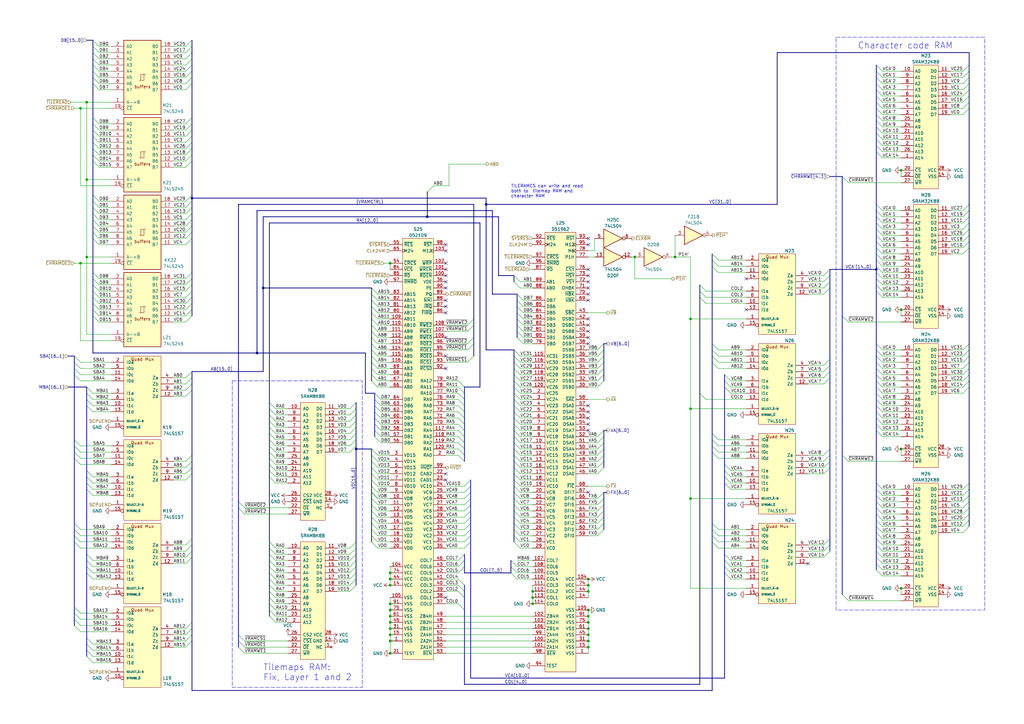
<source format=kicad_sch>
(kicad_sch (version 20230121) (generator eeschema)
  (paper "A3")
  (title_block (title "Gradius 3") (date "2024-04-11") (company "Konami GX945") (comment 1 "Ulf Skutnabba, twitter: @skutis77"))
  (bus_alias "VRAMCTRL" (members "~{VRAMCS1}" "~{VRAMOE1}" "~{VRAMOE2}" "~{VRAMWE1}" "~{VRAMWE2}"))
  (junction (at 241.3 237.49))
  (junction (at 35.56 73.66))
  (junction (at 369.57 241.3))
  (junction (at 218.44 247.65))
  (junction (at 241.3 255.27))
  (junction (at 105.41 144.78))
  (junction (at 241.3 250.19))
  (junction (at 369.57 127))
  (junction (at 35.56 105.41))
  (junction (at 160.02 267.97))
  (junction (at 160.02 250.19))
  (junction (at 160.02 107.95))
  (junction (at 160.02 234.95))
  (junction (at 241.3 242.57))
  (junction (at 218.44 242.57))
  (junction (at 160.02 255.27))
  (junction (at 241.3 257.81))
  (junction (at 241.3 240.03))
  (junction (at 160.02 257.81))
  (junction (at 199.39 83.82))
  (junction (at 241.3 262.89))
  (junction (at 33.02 107.95))
  (junction (at 160.02 252.73))
  (junction (at 160.02 260.35))
  (junction (at 35.56 41.91))
  (junction (at 160.02 247.65))
  (junction (at 33.02 44.45))
  (junction (at 175.26 88.9))
  (junction (at 241.3 265.43))
  (junction (at 241.3 252.73))
  (junction (at 160.02 237.49))
  (junction (at 160.02 262.89))
  (junction (at 160.02 240.03))
  (junction (at 283.21 204.47))
  (junction (at 146.05 184.15))
  (junction (at 107.95 118.11))
  (junction (at 283.21 167.64))
  (junction (at 369.57 69.85))
  (junction (at 359.41 110.49))
  (junction (at 78.74 81.28))
  (junction (at 369.57 184.15))
  (junction (at 218.44 245.11))
  (junction (at 260.35 105.41))
  (junction (at 276.86 105.41))
  (junction (at 241.3 260.35))
  (junction (at 283.21 130.81))
  (no_connect (at 182.88 118.11))
  (no_connect (at 182.88 151.13))
  (no_connect (at 241.3 120.65))
  (no_connect (at 182.88 102.87))
  (no_connect (at 241.3 97.79))
  (no_connect (at 182.88 107.95))
  (no_connect (at 241.3 140.97))
  (no_connect (at 182.88 245.11))
  (no_connect (at 241.3 110.49))
  (no_connect (at 241.3 130.81))
  (no_connect (at 241.3 113.03))
  (no_connect (at 241.3 115.57))
  (no_connect (at 182.88 128.27))
  (no_connect (at 182.88 123.19))
  (no_connect (at 182.88 115.57))
  (no_connect (at 182.88 110.49))
  (no_connect (at 241.3 123.19))
  (no_connect (at 306.07 114.3))
  (no_connect (at 241.3 176.53))
  (no_connect (at 241.3 118.11))
  (no_connect (at 241.3 168.91))
  (no_connect (at 241.3 171.45))
  (no_connect (at 241.3 135.89))
  (no_connect (at 241.3 173.99))
  (no_connect (at 182.88 196.85))
  (no_connect (at 306.07 127))
  (no_connect (at 331.47 231.14))
  (no_connect (at 241.3 201.93))
  (no_connect (at 241.3 166.37))
  (no_connect (at 182.88 125.73))
  (no_connect (at 241.3 100.33))
  (no_connect (at 241.3 138.43))
  (no_connect (at 182.88 138.43))
  (no_connect (at 241.3 133.35))
  (no_connect (at 182.88 113.03))
  (no_connect (at 182.88 194.31))
  (no_connect (at 182.88 100.33))
  (no_connect (at 182.88 146.05))
  (bus_entry (at 359.41 205.74) (size 2.54 2.54))
  (bus_entry (at 210.82 189.23) (size 2.54 2.54))
  (bus_entry (at 76.2 162.56) (size 2.54 -2.54))
  (bus_entry (at 394.97 34.29) (size 2.54 -2.54))
  (bus_entry (at 110.49 240.03) (size 2.54 2.54))
  (bus_entry (at 359.41 218.44) (size 2.54 2.54))
  (bus_entry (at 35.56 269.24) (size 2.54 2.54))
  (bus_entry (at 245.11 189.23) (size 2.54 -2.54))
  (bus_entry (at 359.41 220.98) (size 2.54 2.54))
  (bus_entry (at 152.4 133.35) (size 2.54 2.54))
  (bus_entry (at 210.82 173.99) (size 2.54 2.54))
  (bus_entry (at 76.2 157.48) (size 2.54 -2.54))
  (bus_entry (at 292.1 217.17) (size 2.54 2.54))
  (bus_entry (at 187.96 186.69) (size 2.54 2.54))
  (bus_entry (at 30.48 182.88) (size 2.54 2.54))
  (bus_entry (at 143.51 234.95) (size 2.54 -2.54))
  (bus_entry (at 187.96 173.99) (size 2.54 2.54))
  (bus_entry (at 152.4 209.55) (size 2.54 2.54))
  (bus_entry (at 30.48 254) (size 2.54 2.54))
  (bus_entry (at 190.5 207.01) (size 2.54 -2.54))
  (bus_entry (at 38.1 119.38) (size 2.54 2.54))
  (bus_entry (at 78.74 26.67) (size -2.54 2.54))
  (bus_entry (at 30.48 217.17) (size 2.54 2.54))
  (bus_entry (at 245.11 209.55) (size 2.54 -2.54))
  (bus_entry (at 152.4 184.15) (size 2.54 2.54))
  (bus_entry (at 110.49 170.18) (size 2.54 2.54))
  (bus_entry (at 30.48 248.92) (size 2.54 2.54))
  (bus_entry (at 359.41 29.21) (size 2.54 2.54))
  (bus_entry (at 78.74 55.88) (size -2.54 2.54))
  (bus_entry (at 210.82 146.05) (size 2.54 2.54))
  (bus_entry (at 78.74 53.34) (size -2.54 2.54))
  (bus_entry (at 187.96 163.83) (size 2.54 2.54))
  (bus_entry (at 359.41 101.6) (size 2.54 2.54))
  (bus_entry (at 394.97 208.28) (size 2.54 -2.54))
  (bus_entry (at 110.49 237.49) (size 2.54 2.54))
  (bus_entry (at 76.2 262.89) (size 2.54 -2.54))
  (bus_entry (at 292.1 148.59) (size 2.54 2.54))
  (bus_entry (at 143.51 170.18) (size 2.54 -2.54))
  (bus_entry (at 190.5 201.93) (size 2.54 -2.54))
  (bus_entry (at 394.97 104.14) (size 2.54 -2.54))
  (bus_entry (at 359.41 31.75) (size 2.54 2.54))
  (bus_entry (at 38.1 85.09) (size 2.54 2.54))
  (bus_entry (at 345.44 243.84) (size 2.54 2.54))
  (bus_entry (at 245.11 219.71) (size 2.54 -2.54))
  (bus_entry (at 210.82 176.53) (size 2.54 2.54))
  (bus_entry (at 110.49 245.11) (size 2.54 2.54))
  (bus_entry (at 359.41 86.36) (size 2.54 2.54))
  (bus_entry (at 359.41 114.3) (size 2.54 2.54))
  (bus_entry (at 245.11 191.77) (size 2.54 -2.54))
  (bus_entry (at 152.4 222.25) (size 2.54 2.54))
  (bus_entry (at 187.96 161.29) (size 2.54 2.54))
  (bus_entry (at 30.48 180.34) (size 2.54 2.54))
  (bus_entry (at 337.82 157.48) (size 2.54 -2.54))
  (bus_entry (at 210.82 219.71) (size 2.54 2.54))
  (bus_entry (at 210.82 151.13) (size 2.54 2.54))
  (bus_entry (at 152.4 189.23) (size 2.54 2.54))
  (bus_entry (at 152.4 118.11) (size 2.54 2.54))
  (bus_entry (at 359.41 173.99) (size 2.54 2.54))
  (bus_entry (at 110.49 190.5) (size 2.54 2.54))
  (bus_entry (at 292.1 177.8) (size 2.54 2.54))
  (bus_entry (at 78.74 80.01) (size -2.54 2.54))
  (bus_entry (at 297.18 158.75) (size 2.54 2.54))
  (bus_entry (at 153.67 166.37) (size 2.54 2.54))
  (bus_entry (at 78.74 60.96) (size -2.54 2.54))
  (bus_entry (at 38.1 80.01) (size 2.54 2.54))
  (bus_entry (at 110.49 195.58) (size 2.54 2.54))
  (bus_entry (at 210.82 113.03) (size 2.54 2.54))
  (bus_entry (at 38.1 50.8) (size 2.54 2.54))
  (bus_entry (at 210.82 143.51) (size 2.54 2.54))
  (bus_entry (at 78.74 58.42) (size -2.54 2.54))
  (bus_entry (at 143.51 237.49) (size 2.54 -2.54))
  (bus_entry (at 359.41 208.28) (size 2.54 2.54))
  (bus_entry (at 191.77 148.59) (size 2.54 -2.54))
  (bus_entry (at 76.2 189.23) (size 2.54 -2.54))
  (bus_entry (at 30.48 185.42) (size 2.54 2.54))
  (bus_entry (at 35.56 266.7) (size 2.54 2.54))
  (bus_entry (at 337.82 223.52) (size 2.54 -2.54))
  (bus_entry (at 394.97 96.52) (size 2.54 -2.54))
  (bus_entry (at 212.09 128.27) (size 2.54 2.54))
  (bus_entry (at 97.79 265.43) (size 2.54 2.54))
  (bus_entry (at 245.11 143.51) (size 2.54 -2.54))
  (bus_entry (at 359.41 96.52) (size 2.54 2.54))
  (bus_entry (at 30.48 187.96) (size 2.54 2.54))
  (bus_entry (at 359.41 39.37) (size 2.54 2.54))
  (bus_entry (at 359.41 163.83) (size 2.54 2.54))
  (bus_entry (at 187.96 166.37) (size 2.54 2.54))
  (bus_entry (at 38.1 29.21) (size 2.54 2.54))
  (bus_entry (at 152.4 214.63) (size 2.54 2.54))
  (bus_entry (at 292.1 185.42) (size 2.54 2.54))
  (bus_entry (at 297.18 234.95) (size 2.54 2.54))
  (bus_entry (at 394.97 36.83) (size 2.54 -2.54))
  (bus_entry (at 359.41 161.29) (size 2.54 2.54))
  (bus_entry (at 359.41 231.14) (size 2.54 2.54))
  (bus_entry (at 76.2 154.94) (size 2.54 -2.54))
  (bus_entry (at 152.4 123.19) (size 2.54 2.54))
  (bus_entry (at 152.4 143.51) (size 2.54 2.54))
  (bus_entry (at 35.56 232.41) (size 2.54 2.54))
  (bus_entry (at 35.56 198.12) (size 2.54 2.54))
  (bus_entry (at 337.82 194.31) (size 2.54 -2.54))
  (bus_entry (at 210.82 148.59) (size 2.54 2.54))
  (bus_entry (at 292.1 106.68) (size 2.54 2.54))
  (bus_entry (at 153.67 173.99) (size 2.54 2.54))
  (bus_entry (at 76.2 257.81) (size 2.54 -2.54))
  (bus_entry (at 245.11 217.17) (size 2.54 -2.54))
  (bus_entry (at 78.74 129.54) (size -2.54 2.54))
  (bus_entry (at 190.5 219.71) (size 2.54 -2.54))
  (bus_entry (at 337.82 228.6) (size 2.54 -2.54))
  (bus_entry (at 394.97 31.75) (size 2.54 -2.54))
  (bus_entry (at 153.67 163.83) (size 2.54 2.54))
  (bus_entry (at 292.1 143.51) (size 2.54 2.54))
  (bus_entry (at 38.1 97.79) (size 2.54 2.54))
  (bus_entry (at 394.97 210.82) (size 2.54 -2.54))
  (bus_entry (at 297.18 198.12) (size 2.54 2.54))
  (bus_entry (at 394.97 158.75) (size 2.54 -2.54))
  (bus_entry (at 191.77 140.97) (size 2.54 -2.54))
  (bus_entry (at 152.4 138.43) (size 2.54 2.54))
  (bus_entry (at 153.67 161.29) (size 2.54 2.54))
  (bus_entry (at 394.97 156.21) (size 2.54 -2.54))
  (bus_entry (at 78.74 29.21) (size -2.54 2.54))
  (bus_entry (at 245.11 214.63) (size 2.54 -2.54))
  (bus_entry (at 30.48 153.67) (size 2.54 2.54))
  (bus_entry (at 78.74 121.92) (size -2.54 2.54))
  (bus_entry (at 394.97 200.66) (size 2.54 -2.54))
  (bus_entry (at 297.18 153.67) (size 2.54 2.54))
  (bus_entry (at 153.67 168.91) (size 2.54 2.54))
  (bus_entry (at 337.82 189.23) (size 2.54 -2.54))
  (bus_entry (at 394.97 41.91) (size 2.54 -2.54))
  (bus_entry (at 359.41 168.91) (size 2.54 2.54))
  (bus_entry (at 187.96 156.21) (size 2.54 2.54))
  (bus_entry (at 76.2 231.14) (size 2.54 -2.54))
  (bus_entry (at 190.5 217.17) (size 2.54 -2.54))
  (bus_entry (at 245.11 212.09) (size 2.54 -2.54))
  (bus_entry (at 110.49 250.19) (size 2.54 2.54))
  (bus_entry (at 212.09 133.35) (size 2.54 2.54))
  (bus_entry (at 76.2 223.52) (size 2.54 -2.54))
  (bus_entry (at 245.11 204.47) (size 2.54 -2.54))
  (bus_entry (at 359.41 233.68) (size 2.54 2.54))
  (bus_entry (at 76.2 260.35) (size 2.54 -2.54))
  (bus_entry (at 38.1 127) (size 2.54 2.54))
  (bus_entry (at 394.97 99.06) (size 2.54 -2.54))
  (bus_entry (at 359.41 52.07) (size 2.54 2.54))
  (bus_entry (at 152.4 148.59) (size 2.54 2.54))
  (bus_entry (at 110.49 177.8) (size 2.54 2.54))
  (bus_entry (at 35.56 229.87) (size 2.54 2.54))
  (bus_entry (at 297.18 232.41) (size 2.54 2.54))
  (bus_entry (at 245.11 158.75) (size 2.54 -2.54))
  (bus_entry (at 210.82 161.29) (size 2.54 2.54))
  (bus_entry (at 78.74 66.04) (size -2.54 2.54))
  (bus_entry (at 359.41 143.51) (size 2.54 2.54))
  (bus_entry (at 30.48 256.54) (size 2.54 2.54))
  (bus_entry (at 359.41 88.9) (size 2.54 2.54))
  (bus_entry (at 292.1 104.14) (size 2.54 2.54))
  (bus_entry (at 152.4 201.93) (size 2.54 2.54))
  (bus_entry (at 394.97 101.6) (size 2.54 -2.54))
  (bus_entry (at 35.56 158.75) (size 2.54 2.54))
  (bus_entry (at 190.5 224.79) (size 2.54 -2.54))
  (bus_entry (at 35.56 166.37) (size 2.54 2.54))
  (bus_entry (at 191.77 143.51) (size 2.54 -2.54))
  (bus_entry (at 110.49 187.96) (size 2.54 2.54))
  (bus_entry (at 78.74 63.5) (size -2.54 2.54))
  (bus_entry (at 97.79 208.28) (size 2.54 2.54))
  (bus_entry (at 359.41 59.69) (size 2.54 2.54))
  (bus_entry (at 210.82 214.63) (size 2.54 2.54))
  (bus_entry (at 394.97 93.98) (size 2.54 -2.54))
  (bus_entry (at 359.41 166.37) (size 2.54 2.54))
  (bus_entry (at 394.97 148.59) (size 2.54 -2.54))
  (bus_entry (at 359.41 151.13) (size 2.54 2.54))
  (bus_entry (at 212.09 125.73) (size 2.54 2.54))
  (bus_entry (at 359.41 223.52) (size 2.54 2.54))
  (bus_entry (at 210.82 163.83) (size 2.54 2.54))
  (bus_entry (at 78.74 21.59) (size -2.54 2.54))
  (bus_entry (at 78.74 124.46) (size -2.54 2.54))
  (bus_entry (at 210.82 204.47) (size 2.54 2.54))
  (bus_entry (at 110.49 247.65) (size 2.54 2.54))
  (bus_entry (at 152.4 219.71) (size 2.54 2.54))
  (bus_entry (at 359.41 119.38) (size 2.54 2.54))
  (bus_entry (at 110.49 185.42) (size 2.54 2.54))
  (bus_entry (at 76.2 191.77) (size 2.54 -2.54))
  (bus_entry (at 35.56 161.29) (size 2.54 2.54))
  (bus_entry (at 78.74 127) (size -2.54 2.54))
  (bus_entry (at 97.79 205.74) (size 2.54 2.54))
  (bus_entry (at 187.96 247.65) (size 2.54 2.54))
  (bus_entry (at 210.82 191.77) (size 2.54 2.54))
  (bus_entry (at 38.1 87.63) (size 2.54 2.54))
  (bus_entry (at 394.97 39.37) (size 2.54 -2.54))
  (bus_entry (at 143.51 172.72) (size 2.54 -2.54))
  (bus_entry (at 292.1 222.25) (size 2.54 2.54))
  (bus_entry (at 76.2 194.31) (size 2.54 -2.54))
  (bus_entry (at 359.41 91.44) (size 2.54 2.54))
  (bus_entry (at 78.74 95.25) (size -2.54 2.54))
  (bus_entry (at 78.74 16.51) (size -2.54 2.54))
  (bus_entry (at 38.1 63.5) (size 2.54 2.54))
  (bus_entry (at 187.96 158.75) (size 2.54 2.54))
  (bus_entry (at 210.82 201.93) (size 2.54 2.54))
  (bus_entry (at 35.56 163.83) (size 2.54 2.54))
  (bus_entry (at 78.74 85.09) (size -2.54 2.54))
  (bus_entry (at 359.41 41.91) (size 2.54 2.54))
  (bus_entry (at 78.74 114.3) (size -2.54 2.54))
  (bus_entry (at 394.97 88.9) (size 2.54 -2.54))
  (bus_entry (at 359.41 109.22) (size 2.54 2.54))
  (bus_entry (at 38.1 111.76) (size 2.54 2.54))
  (bus_entry (at 359.41 106.68) (size 2.54 2.54))
  (bus_entry (at 30.48 222.25) (size 2.54 2.54))
  (bus_entry (at 152.4 140.97) (size 2.54 2.54))
  (bus_entry (at 175.26 78.74) (size 2.54 -2.54))
  (bus_entry (at 359.41 171.45) (size 2.54 2.54))
  (bus_entry (at 110.49 165.1) (size 2.54 2.54))
  (bus_entry (at 212.09 135.89) (size 2.54 2.54))
  (bus_entry (at 143.51 182.88) (size 2.54 -2.54))
  (bus_entry (at 337.82 226.06) (size 2.54 -2.54))
  (bus_entry (at 78.74 97.79) (size -2.54 2.54))
  (bus_entry (at 38.1 66.04) (size 2.54 2.54))
  (bus_entry (at 210.82 171.45) (size 2.54 2.54))
  (bus_entry (at 152.4 151.13) (size 2.54 2.54))
  (bus_entry (at 38.1 34.29) (size 2.54 2.54))
  (bus_entry (at 210.82 158.75) (size 2.54 2.54))
  (bus_entry (at 359.41 198.12) (size 2.54 2.54))
  (bus_entry (at 359.41 62.23) (size 2.54 2.54))
  (bus_entry (at 359.41 158.75) (size 2.54 2.54))
  (bus_entry (at 359.41 140.97) (size 2.54 2.54))
  (bus_entry (at 152.4 128.27) (size 2.54 2.54))
  (bus_entry (at 152.4 156.21) (size 2.54 2.54))
  (bus_entry (at 110.49 227.33) (size 2.54 2.54))
  (bus_entry (at 359.41 148.59) (size 2.54 2.54))
  (bus_entry (at 78.74 48.26) (size -2.54 2.54))
  (bus_entry (at 97.79 262.89) (size 2.54 2.54))
  (bus_entry (at 30.48 148.59) (size 2.54 2.54))
  (bus_entry (at 210.82 209.55) (size 2.54 2.54))
  (bus_entry (at 38.1 21.59) (size 2.54 2.54))
  (bus_entry (at 212.09 237.49) (size -2.54 -2.54))
  (bus_entry (at 359.41 104.14) (size 2.54 2.54))
  (bus_entry (at 210.82 184.15) (size 2.54 2.54))
  (bus_entry (at 210.82 168.91) (size 2.54 2.54))
  (bus_entry (at 245.11 153.67) (size 2.54 -2.54))
  (bus_entry (at 153.67 179.07) (size 2.54 2.54))
  (bus_entry (at 359.41 226.06) (size 2.54 2.54))
  (bus_entry (at 245.11 207.01) (size 2.54 -2.54))
  (bus_entry (at 187.96 181.61) (size 2.54 2.54))
  (bus_entry (at 359.41 46.99) (size 2.54 2.54))
  (bus_entry (at 394.97 205.74) (size 2.54 -2.54))
  (bus_entry (at 30.48 146.05) (size 2.54 2.54))
  (bus_entry (at 38.1 55.88) (size 2.54 2.54))
  (bus_entry (at 292.1 180.34) (size 2.54 2.54))
  (bus_entry (at 110.49 224.79) (size 2.54 2.54))
  (bus_entry (at 210.82 217.17) (size 2.54 2.54))
  (bus_entry (at 210.82 186.69) (size 2.54 2.54))
  (bus_entry (at 76.2 228.6) (size 2.54 -2.54))
  (bus_entry (at 394.97 215.9) (size 2.54 -2.54))
  (bus_entry (at 394.97 91.44) (size 2.54 -2.54))
  (bus_entry (at 152.4 196.85) (size 2.54 2.54))
  (bus_entry (at 359.41 93.98) (size 2.54 2.54))
  (bus_entry (at 152.4 135.89) (size 2.54 2.54))
  (bus_entry (at 78.74 31.75) (size -2.54 2.54))
  (bus_entry (at 292.1 214.63) (size 2.54 2.54))
  (bus_entry (at 187.96 237.49) (size 2.54 2.54))
  (bus_entry (at 38.1 129.54) (size 2.54 2.54))
  (bus_entry (at 187.96 184.15) (size 2.54 2.54))
  (bus_entry (at 245.11 156.21) (size 2.54 -2.54))
  (bus_entry (at 78.74 19.05) (size -2.54 2.54))
  (bus_entry (at 394.97 153.67) (size 2.54 -2.54))
  (bus_entry (at 245.11 181.61) (size 2.54 -2.54))
  (bus_entry (at 152.4 217.17) (size 2.54 2.54))
  (bus_entry (at 394.97 143.51) (size 2.54 -2.54))
  (bus_entry (at 152.4 186.69) (size 2.54 2.54))
  (bus_entry (at 187.96 234.95) (size 2.54 -2.54))
  (bus_entry (at 187.96 176.53) (size 2.54 2.54))
  (bus_entry (at 187.96 179.07) (size 2.54 2.54))
  (bus_entry (at 190.5 204.47) (size 2.54 -2.54))
  (bus_entry (at 292.1 140.97) (size 2.54 2.54))
  (bus_entry (at 210.82 212.09) (size 2.54 2.54))
  (bus_entry (at 210.82 199.39) (size 2.54 2.54))
  (bus_entry (at 143.51 177.8) (size 2.54 -2.54))
  (bus_entry (at 210.82 179.07) (size 2.54 2.54))
  (bus_entry (at 245.11 186.69) (size 2.54 -2.54))
  (bus_entry (at 78.74 50.8) (size -2.54 2.54))
  (bus_entry (at 297.18 190.5) (size 2.54 2.54))
  (bus_entry (at 110.49 172.72) (size 2.54 2.54))
  (bus_entry (at 97.79 260.35) (size 2.54 2.54))
  (bus_entry (at 38.1 48.26) (size 2.54 2.54))
  (bus_entry (at 359.41 146.05) (size 2.54 2.54))
  (bus_entry (at 110.49 232.41) (size 2.54 2.54))
  (bus_entry (at 212.09 234.95) (size -2.54 -2.54))
  (bus_entry (at 394.97 203.2) (size 2.54 -2.54))
  (bus_entry (at 35.56 227.33) (size 2.54 2.54))
  (bus_entry (at 35.56 234.95) (size 2.54 2.54))
  (bus_entry (at 297.18 227.33) (size 2.54 2.54))
  (bus_entry (at 297.18 193.04) (size 2.54 2.54))
  (bus_entry (at 143.51 227.33) (size 2.54 -2.54))
  (bus_entry (at 152.4 125.73) (size 2.54 2.54))
  (bus_entry (at 210.82 194.31) (size 2.54 2.54))
  (bus_entry (at 110.49 175.26) (size 2.54 2.54))
  (bus_entry (at 38.1 31.75) (size 2.54 2.54))
  (bus_entry (at 78.74 24.13) (size -2.54 2.54))
  (bus_entry (at 359.41 215.9) (size 2.54 2.54))
  (bus_entry (at 394.97 213.36) (size 2.54 -2.54))
  (bus_entry (at 212.09 138.43) (size 2.54 2.54))
  (bus_entry (at 78.74 87.63) (size -2.54 2.54))
  (bus_entry (at 187.96 240.03) (size 2.54 2.54))
  (bus_entry (at 337.82 118.11) (size 2.54 -2.54))
  (bus_entry (at 78.74 90.17) (size -2.54 2.54))
  (bus_entry (at 152.4 153.67) (size 2.54 2.54))
  (bus_entry (at 345.44 129.54) (size 2.54 2.54))
  (bus_entry (at 78.74 82.55) (size -2.54 2.54))
  (bus_entry (at 245.11 184.15) (size 2.54 -2.54))
  (bus_entry (at 297.18 229.87) (size 2.54 2.54))
  (bus_entry (at 190.5 212.09) (size 2.54 -2.54))
  (bus_entry (at 287.02 121.92) (size 2.54 2.54))
  (bus_entry (at 76.2 196.85) (size 2.54 -2.54))
  (bus_entry (at 30.48 219.71) (size 2.54 2.54))
  (bus_entry (at 152.4 191.77) (size 2.54 2.54))
  (bus_entry (at 359.41 111.76) (size 2.54 2.54))
  (bus_entry (at 76.2 265.43) (size 2.54 -2.54))
  (bus_entry (at 287.02 119.38) (size 2.54 2.54))
  (bus_entry (at 245.11 179.07) (size 2.54 -2.54))
  (bus_entry (at 245.11 194.31) (size 2.54 -2.54))
  (bus_entry (at 143.51 180.34) (size 2.54 -2.54))
  (bus_entry (at 110.49 167.64) (size 2.54 2.54))
  (bus_entry (at 210.82 156.21) (size 2.54 2.54))
  (bus_entry (at 292.1 219.71) (size 2.54 2.54))
  (bus_entry (at 38.1 26.67) (size 2.54 2.54))
  (bus_entry (at 78.74 92.71) (size -2.54 2.54))
  (bus_entry (at 38.1 114.3) (size 2.54 2.54))
  (bus_entry (at 152.4 194.31) (size 2.54 2.54))
  (bus_entry (at 394.97 161.29) (size 2.54 -2.54))
  (bus_entry (at 110.49 234.95) (size 2.54 2.54))
  (bus_entry (at 359.41 83.82) (size 2.54 2.54))
  (bus_entry (at 153.67 176.53) (size 2.54 2.54))
  (bus_entry (at 152.4 199.39) (size 2.54 2.54))
  (bus_entry (at 337.82 113.03) (size 2.54 -2.54))
  (bus_entry (at 297.18 156.21) (size 2.54 2.54))
  (bus_entry (at 38.1 58.42) (size 2.54 2.54))
  (bus_entry (at 359.41 156.21) (size 2.54 2.54))
  (bus_entry (at 35.56 261.62) (size 2.54 2.54))
  (bus_entry (at 297.18 195.58) (size 2.54 2.54))
  (bus_entry (at 38.1 82.55) (size 2.54 2.54))
  (bus_entry (at 152.4 130.81) (size 2.54 2.54))
  (bus_entry (at 359.41 44.45) (size 2.54 2.54))
  (bus_entry (at 190.5 199.39) (size 2.54 -2.54))
  (bus_entry (at 152.4 212.09) (size 2.54 2.54))
  (bus_entry (at 38.1 95.25) (size 2.54 2.54))
  (bus_entry (at 337.82 149.86) (size 2.54 -2.54))
  (bus_entry (at 110.49 229.87) (size 2.54 2.54))
  (bus_entry (at 359.41 54.61) (size 2.54 2.54))
  (bus_entry (at 394.97 86.36) (size 2.54 -2.54))
  (bus_entry (at 143.51 167.64) (size 2.54 -2.54))
  (bus_entry (at 30.48 214.63) (size 2.54 2.54))
  (bus_entry (at 143.51 229.87) (size 2.54 -2.54))
  (bus_entry (at 394.97 46.99) (size 2.54 -2.54))
  (bus_entry (at 212.09 123.19) (size 2.54 2.54))
  (bus_entry (at 110.49 222.25) (size 2.54 2.54))
  (bus_entry (at 187.96 232.41) (size 2.54 -2.54))
  (bus_entry (at 210.82 196.85) (size 2.54 2.54))
  (bus_entry (at 359.41 213.36) (size 2.54 2.54))
  (bus_entry (at 76.2 160.02) (size 2.54 -2.54))
  (bus_entry (at 38.1 24.13) (size 2.54 2.54))
  (bus_entry (at 152.4 120.65) (size 2.54 2.54))
  (bus_entry (at 35.56 193.04) (size 2.54 2.54))
  (bus_entry (at 359.41 153.67) (size 2.54 2.54))
  (bus_entry (at 76.2 226.06) (size 2.54 -2.54))
  (bus_entry (at 359.41 36.83) (size 2.54 2.54))
  (bus_entry (at 187.96 171.45) (size 2.54 2.54))
  (bus_entry (at 143.51 185.42) (size 2.54 -2.54))
  (bus_entry (at 292.1 109.22) (size 2.54 2.54))
  (bus_entry (at 78.74 111.76) (size -2.54 2.54))
  (bus_entry (at 345.44 186.69) (size 2.54 2.54))
  (bus_entry (at 152.4 207.01) (size 2.54 2.54))
  (bus_entry (at 152.4 204.47) (size 2.54 2.54))
  (bus_entry (at 143.51 224.79) (size 2.54 -2.54))
  (bus_entry (at 187.96 168.91) (size 2.54 2.54))
  (bus_entry (at 359.41 203.2) (size 2.54 2.54))
  (bus_entry (at 210.82 166.37) (size 2.54 2.54))
  (bus_entry (at 38.1 121.92) (size 2.54 2.54))
  (bus_entry (at 394.97 151.13) (size 2.54 -2.54))
  (bus_entry (at 359.41 57.15) (size 2.54 2.54))
  (bus_entry (at 359.41 210.82) (size 2.54 2.54))
  (bus_entry (at 337.82 152.4) (size 2.54 -2.54))
  (bus_entry (at 38.1 19.05) (size 2.54 2.54))
  (bus_entry (at 152.4 201.93) (size 2.54 2.54))
  (bus_entry (at 143.51 232.41) (size 2.54 -2.54))
  (bus_entry (at 190.5 209.55) (size 2.54 -2.54))
  (bus_entry (at 359.41 34.29) (size 2.54 2.54))
  (bus_entry (at 359.41 116.84) (size 2.54 2.54))
  (bus_entry (at 191.77 133.35) (size 2.54 -2.54))
  (bus_entry (at 143.51 175.26) (size 2.54 -2.54))
  (bus_entry (at 78.74 116.84) (size -2.54 2.54))
  (bus_entry (at 38.1 53.34) (size 2.54 2.54))
  (bus_entry (at 337.82 186.69) (size 2.54 -2.54))
  (bus_entry (at 212.09 232.41) (size -2.54 -2.54))
  (bus_entry (at 143.51 242.57) (size 2.54 -2.54))
  (bus_entry (at 35.56 200.66) (size 2.54 2.54))
  (bus_entry (at 191.77 135.89) (size 2.54 -2.54))
  (bus_entry (at 78.74 34.29) (size -2.54 2.54))
  (bus_entry (at 292.1 182.88) (size 2.54 2.54))
  (bus_entry (at 30.48 151.13) (size 2.54 2.54))
  (bus_entry (at 394.97 218.44) (size 2.54 -2.54))
  (bus_entry (at 38.1 116.84) (size 2.54 2.54))
  (bus_entry (at 212.09 130.81) (size 2.54 2.54))
  (bus_entry (at 30.48 251.46) (size 2.54 2.54))
  (bus_entry (at 359.41 26.67) (size 2.54 2.54))
  (bus_entry (at 210.82 222.25) (size 2.54 2.54))
  (bus_entry (at 337.82 115.57) (size 2.54 -2.54))
  (bus_entry (at 210.82 115.57) (size 2.54 2.54))
  (bus_entry (at 359.41 200.66) (size 2.54 2.54))
  (bus_entry (at 337.82 191.77) (size 2.54 -2.54))
  (bus_entry (at 394.97 44.45) (size 2.54 -2.54))
  (bus_entry (at 153.67 171.45) (size 2.54 2.54))
  (bus_entry (at 210.82 207.01) (size 2.54 2.54))
  (bus_entry (at 245.11 148.59) (size 2.54 -2.54))
  (bus_entry (at 110.49 193.04) (size 2.54 2.54))
  (bus_entry (at 245.11 146.05) (size 2.54 -2.54))
  (bus_entry (at 359.41 176.53) (size 2.54 2.54))
  (bus_entry (at 110.49 242.57) (size 2.54 2.54))
  (bus_entry (at 35.56 264.16) (size 2.54 2.54))
  (bus_entry (at 35.56 195.58) (size 2.54 2.54))
  (bus_entry (at 187.96 242.57) (size 2.54 2.54))
  (bus_entry (at 287.02 116.84) (size 2.54 2.54))
  (bus_entry (at 292.1 146.05) (size 2.54 2.54))
  (bus_entry (at 212.09 120.65) (size 2.54 2.54))
  (bus_entry (at 38.1 124.46) (size 2.54 2.54))
  (bus_entry (at 287.02 161.29) (size 2.54 2.54))
  (bus_entry (at 190.5 222.25) (size 2.54 -2.54))
  (bus_entry (at 394.97 29.21) (size 2.54 -2.54))
  (bus_entry (at 210.82 153.67) (size 2.54 2.54))
  (bus_entry (at 143.51 240.03) (size 2.54 -2.54))
  (bus_entry (at 210.82 181.61) (size 2.54 2.54))
  (bus_entry (at 337.82 154.94) (size 2.54 -2.54))
  (bus_entry (at 152.4 146.05) (size 2.54 2.54))
  (bus_entry (at 110.49 182.88) (size 2.54 2.54))
  (bus_entry (at 394.97 146.05) (size 2.54 -2.54))
  (bus_entry (at 38.1 16.51) (size 2.54 2.54))
  (bus_entry (at 359.41 228.6) (size 2.54 2.54))
  (bus_entry (at 337.82 120.65) (size 2.54 -2.54))
  (bus_entry (at 38.1 92.71) (size 2.54 2.54))
  (bus_entry (at 78.74 119.38) (size -2.54 2.54))
  (bus_entry (at 345.44 72.39) (size 2.54 2.54))
  (bus_entry (at 110.49 252.73) (size 2.54 2.54))
  (bus_entry (at 359.41 49.53) (size 2.54 2.54))
  (bus_entry (at 38.1 60.96) (size 2.54 2.54))
  (bus_entry (at 187.96 229.87) (size 2.54 -2.54))
  (bus_entry (at 38.1 90.17) (size 2.54 2.54))
  (bus_entry (at 110.49 180.34) (size 2.54 2.54))
  (bus_entry (at 190.5 214.63) (size 2.54 -2.54))
  (bus_entry (at 245.11 151.13) (size 2.54 -2.54))
  (bus_entry (at 359.41 99.06) (size 2.54 2.54))
  (wire (pts (xy 331.47 191.77) (xy 337.82 191.77)))
  (bus (pts (xy 152.4 209.55) (xy 152.4 207.01)))
  (wire (pts (xy 213.36 151.13) (xy 218.44 151.13)))
  (wire (pts (xy 389.89 86.36) (xy 394.97 86.36)))
  (wire (pts (xy 160.02 262.89) (xy 160.02 267.97)))
  (bus (pts (xy 359.41 54.61) (xy 359.41 57.15)))
  (wire (pts (xy 283.21 167.64) (xy 306.07 167.64)))
  (wire (pts (xy 331.47 226.06) (xy 337.82 226.06)))
  (bus (pts (xy 359.41 57.15) (xy 359.41 59.69)))
  (bus (pts (xy 30.48 182.88) (xy 30.48 180.34)))
  (wire (pts (xy 38.1 195.58) (xy 45.72 195.58)))
  (wire (pts (xy 30.48 107.95) (xy 33.02 107.95)))
  (bus (pts (xy 247.65 156.21) (xy 247.65 153.67)))
  (bus (pts (xy 110.49 245.11) (xy 110.49 247.65)))
  (wire (pts (xy 294.64 148.59) (xy 306.07 148.59)))
  (bus (pts (xy 212.09 130.81) (xy 212.09 128.27)))
  (wire (pts (xy 71.12 257.81) (xy 76.2 257.81)))
  (wire (pts (xy 260.35 114.3) (xy 275.59 114.3)))
  (bus (pts (xy 78.74 189.23) (xy 78.74 186.69)))
  (wire (pts (xy 182.88 252.73) (xy 218.44 252.73)))
  (wire (pts (xy 71.12 154.94) (xy 76.2 154.94)))
  (bus (pts (xy 190.5 166.37) (xy 190.5 163.83)))
  (bus (pts (xy 397.51 198.12) (xy 397.51 200.66)))
  (bus (pts (xy 38.1 31.75) (xy 38.1 34.29)))
  (bus (pts (xy 359.41 109.22) (xy 359.41 110.49)))
  (bus (pts (xy 340.36 118.11) (xy 340.36 147.32)))
  (bus (pts (xy 30.48 254) (xy 30.48 251.46)))
  (bus (pts (xy 78.74 220.98) (xy 78.74 194.31)))
  (bus (pts (xy 359.41 143.51) (xy 359.41 146.05)))
  (wire (pts (xy 182.88 156.21) (xy 187.96 156.21)))
  (wire (pts (xy 294.64 111.76) (xy 306.07 111.76)))
  (wire (pts (xy 213.36 207.01) (xy 218.44 207.01)))
  (bus (pts (xy 152.4 135.89) (xy 152.4 133.35)))
  (bus (pts (xy 190.5 179.07) (xy 190.5 176.53)))
  (wire (pts (xy 177.8 76.2) (xy 184.15 76.2)))
  (bus (pts (xy 190.5 184.15) (xy 190.5 181.61)))
  (wire (pts (xy 71.12 194.31) (xy 76.2 194.31)))
  (bus (pts (xy 247.65 214.63) (xy 247.65 212.09)))
  (bus (pts (xy 35.56 198.12) (xy 35.56 195.58)))
  (bus (pts (xy 212.09 125.73) (xy 212.09 123.19)))
  (wire (pts (xy 241.3 194.31) (xy 245.11 194.31)))
  (wire (pts (xy 389.89 210.82) (xy 394.97 210.82)))
  (bus (pts (xy 78.74 257.81) (xy 78.74 255.27)))
  (bus (pts (xy 397.51 21.59) (xy 397.51 26.67)))
  (bus (pts (xy 247.65 148.59) (xy 247.65 146.05)))
  (wire (pts (xy 389.89 143.51) (xy 394.97 143.51)))
  (wire (pts (xy 369.57 184.15) (xy 369.57 186.69)))
  (wire (pts (xy 369.57 69.85) (xy 369.57 72.39)))
  (wire (pts (xy 138.43 229.87) (xy 143.51 229.87)))
  (wire (pts (xy 361.95 52.07) (xy 369.57 52.07)))
  (wire (pts (xy 40.64 50.8) (xy 45.72 50.8)))
  (wire (pts (xy 40.64 58.42) (xy 45.72 58.42)))
  (wire (pts (xy 154.94 196.85) (xy 160.02 196.85)))
  (wire (pts (xy 40.64 63.5) (xy 45.72 63.5)))
  (bus (pts (xy 35.56 193.04) (xy 35.56 166.37)))
  (wire (pts (xy 40.64 87.63) (xy 45.72 87.63)))
  (bus (pts (xy 190.5 173.99) (xy 190.5 171.45)))
  (bus (pts (xy 210.82 161.29) (xy 210.82 158.75)))
  (wire (pts (xy 40.64 29.21) (xy 45.72 29.21)))
  (wire (pts (xy 361.95 233.68) (xy 369.57 233.68)))
  (bus (pts (xy 97.79 260.35) (xy 97.79 208.28)))
  (wire (pts (xy 276.86 96.52) (xy 276.86 105.41)))
  (wire (pts (xy 40.64 19.05) (xy 45.72 19.05)))
  (wire (pts (xy 241.3 265.43) (xy 241.3 267.97)))
  (bus (pts (xy 146.05 184.15) (xy 152.4 184.15)))
  (bus (pts (xy 359.41 198.12) (xy 359.41 200.66)))
  (wire (pts (xy 389.89 205.74) (xy 394.97 205.74)))
  (bus (pts (xy 397.51 140.97) (xy 397.51 143.51)))
  (wire (pts (xy 113.03 227.33) (xy 118.11 227.33)))
  (wire (pts (xy 154.94 133.35) (xy 160.02 133.35)))
  (bus (pts (xy 30.48 219.71) (xy 30.48 217.17)))
  (bus (pts (xy 397.51 86.36) (xy 397.51 88.9)))
  (bus (pts (xy 30.48 222.25) (xy 30.48 219.71)))
  (bus (pts (xy 38.1 16.51) (xy 38.1 19.05)))
  (wire (pts (xy 361.95 153.67) (xy 369.57 153.67)))
  (wire (pts (xy 154.94 209.55) (xy 160.02 209.55)))
  (wire (pts (xy 294.64 185.42) (xy 306.07 185.42)))
  (wire (pts (xy 306.07 241.3) (xy 283.21 241.3)))
  (wire (pts (xy 331.47 118.11) (xy 337.82 118.11)))
  (bus (pts (xy 210.82 219.71) (xy 210.82 217.17)))
  (bus (pts (xy 38.1 55.88) (xy 38.1 58.42)))
  (wire (pts (xy 389.89 161.29) (xy 394.97 161.29)))
  (bus (pts (xy 78.74 24.13) (xy 78.74 26.67)))
  (bus (pts (xy 110.49 172.72) (xy 110.49 175.26)))
  (bus (pts (xy 38.1 124.46) (xy 38.1 127)))
  (bus (pts (xy 397.51 88.9) (xy 397.51 91.44)))
  (bus (pts (xy 297.18 227.33) (xy 297.18 229.87)))
  (wire (pts (xy 294.64 180.34) (xy 306.07 180.34)))
  (bus (pts (xy 78.74 58.42) (xy 78.74 60.96)))
  (bus (pts (xy 38.1 92.71) (xy 38.1 95.25)))
  (bus (pts (xy 359.41 213.36) (xy 359.41 215.9)))
  (bus (pts (xy 340.36 220.98) (xy 340.36 223.52)))
  (bus (pts (xy 110.49 227.33) (xy 110.49 229.87)))
  (bus (pts (xy 107.95 118.11) (xy 107.95 88.9)))
  (bus (pts (xy 146.05 177.8) (xy 146.05 180.34)))
  (bus (pts (xy 359.41 200.66) (xy 359.41 203.2)))
  (bus (pts (xy 359.41 101.6) (xy 359.41 104.14)))
  (wire (pts (xy 241.3 156.21) (xy 245.11 156.21)))
  (bus (pts (xy 38.1 95.25) (xy 38.1 97.79)))
  (wire (pts (xy 100.33 208.28) (xy 118.11 208.28)))
  (bus (pts (xy 38.1 129.54) (xy 38.1 144.78)))
  (bus (pts (xy 110.49 250.19) (xy 110.49 252.73)))
  (wire (pts (xy 154.94 219.71) (xy 160.02 219.71)))
  (bus (pts (xy 359.41 205.74) (xy 359.41 208.28)))
  (wire (pts (xy 157.48 107.95) (xy 160.02 107.95)))
  (wire (pts (xy 71.12 97.79) (xy 76.2 97.79)))
  (wire (pts (xy 361.95 213.36) (xy 369.57 213.36)))
  (bus (pts (xy 340.36 110.49) (xy 359.41 110.49)))
  (wire (pts (xy 138.43 234.95) (xy 143.51 234.95)))
  (bus (pts (xy 38.1 66.04) (xy 38.1 80.01)))
  (wire (pts (xy 389.89 218.44) (xy 394.97 218.44)))
  (bus (pts (xy 110.49 234.95) (xy 110.49 237.49)))
  (wire (pts (xy 389.89 91.44) (xy 394.97 91.44)))
  (bus (pts (xy 78.74 228.6) (xy 78.74 226.06)))
  (bus (pts (xy 146.05 227.33) (xy 146.05 229.87)))
  (bus (pts (xy 210.82 143.51) (xy 199.39 143.51)))
  (bus (pts (xy 292.1 143.51) (xy 292.1 146.05)))
  (wire (pts (xy 299.72 237.49) (xy 306.07 237.49)))
  (wire (pts (xy 113.03 237.49) (xy 118.11 237.49)))
  (wire (pts (xy 156.21 168.91) (xy 160.02 168.91)))
  (wire (pts (xy 241.3 153.67) (xy 245.11 153.67)))
  (wire (pts (xy 361.95 171.45) (xy 369.57 171.45)))
  (bus (pts (xy 153.67 161.29) (xy 149.86 161.29)))
  (bus (pts (xy 359.41 41.91) (xy 359.41 44.45)))
  (bus (pts (xy 292.1 146.05) (xy 292.1 148.59)))
  (wire (pts (xy 389.89 200.66) (xy 394.97 200.66)))
  (bus (pts (xy 193.04 209.55) (xy 193.04 212.09)))
  (bus (pts (xy 210.82 176.53) (xy 210.82 173.99)))
  (bus (pts (xy 110.49 167.64) (xy 110.49 170.18)))
  (wire (pts (xy 71.12 21.59) (xy 76.2 21.59)))
  (bus (pts (xy 152.4 222.25) (xy 152.4 219.71)))
  (bus (pts (xy 78.74 66.04) (xy 78.74 80.01)))
  (bus (pts (xy 78.74 48.26) (xy 78.74 50.8)))
  (wire (pts (xy 113.03 170.18) (xy 118.11 170.18)))
  (bus (pts (xy 359.41 220.98) (xy 359.41 223.52)))
  (wire (pts (xy 35.56 41.91) (xy 45.72 41.91)))
  (wire (pts (xy 241.3 148.59) (xy 245.11 148.59)))
  (wire (pts (xy 33.02 156.21) (xy 45.72 156.21)))
  (bus (pts (xy 193.04 217.17) (xy 193.04 219.71)))
  (bus (pts (xy 78.74 19.05) (xy 78.74 21.59)))
  (wire (pts (xy 71.12 90.17) (xy 76.2 90.17)))
  (bus (pts (xy 193.04 201.93) (xy 193.04 204.47)))
  (wire (pts (xy 156.21 171.45) (xy 160.02 171.45)))
  (wire (pts (xy 182.88 262.89) (xy 218.44 262.89)))
  (bus (pts (xy 292.1 104.14) (xy 292.1 106.68)))
  (bus (pts (xy 78.74 160.02) (xy 78.74 157.48)))
  (wire (pts (xy 138.43 180.34) (xy 143.51 180.34)))
  (wire (pts (xy 331.47 228.6) (xy 337.82 228.6)))
  (bus (pts (xy 297.18 278.13) (xy 193.04 278.13)))
  (wire (pts (xy 260.35 114.3) (xy 260.35 105.41)))
  (wire (pts (xy 38.1 271.78) (xy 45.72 271.78)))
  (wire (pts (xy 289.56 121.92) (xy 306.07 121.92)))
  (wire (pts (xy 214.63 140.97) (xy 218.44 140.97)))
  (bus (pts (xy 146.05 224.79) (xy 146.05 227.33)))
  (wire (pts (xy 40.64 92.71) (xy 45.72 92.71)))
  (wire (pts (xy 299.72 198.12) (xy 306.07 198.12)))
  (bus (pts (xy 359.41 203.2) (xy 359.41 205.74)))
  (wire (pts (xy 218.44 245.11) (xy 218.44 247.65)))
  (bus (pts (xy 152.4 120.65) (xy 152.4 118.11)))
  (bus (pts (xy 397.51 146.05) (xy 397.51 148.59)))
  (bus (pts (xy 359.41 26.67) (xy 359.41 29.21)))
  (bus (pts (xy 30.48 256.54) (xy 30.48 254)))
  (bus (pts (xy 30.48 148.59) (xy 30.48 146.05)))
  (bus (pts (xy 38.1 114.3) (xy 38.1 116.84)))
  (wire (pts (xy 361.95 93.98) (xy 369.57 93.98)))
  (bus (pts (xy 146.05 237.49) (xy 146.05 240.03)))
  (bus (pts (xy 340.36 189.23) (xy 340.36 191.77)))
  (bus (pts (xy 397.51 148.59) (xy 397.51 151.13)))
  (wire (pts (xy 299.72 234.95) (xy 306.07 234.95)))
  (wire (pts (xy 113.03 185.42) (xy 118.11 185.42)))
  (wire (pts (xy 138.43 185.42) (xy 143.51 185.42)))
  (wire (pts (xy 294.64 224.79) (xy 306.07 224.79)))
  (wire (pts (xy 71.12 34.29) (xy 76.2 34.29)))
  (bus (pts (xy 78.74 82.55) (xy 78.74 85.09)))
  (bus (pts (xy 152.4 151.13) (xy 152.4 148.59)))
  (bus (pts (xy 152.4 191.77) (xy 152.4 189.23)))
  (wire (pts (xy 71.12 19.05) (xy 76.2 19.05)))
  (wire (pts (xy 214.63 135.89) (xy 218.44 135.89)))
  (bus (pts (xy 38.1 34.29) (xy 38.1 48.26)))
  (wire (pts (xy 361.95 158.75) (xy 369.57 158.75)))
  (wire (pts (xy 40.64 95.25) (xy 45.72 95.25)))
  (bus (pts (xy 110.49 229.87) (xy 110.49 232.41)))
  (wire (pts (xy 33.02 153.67) (xy 45.72 153.67)))
  (wire (pts (xy 33.02 187.96) (xy 45.72 187.96)))
  (wire (pts (xy 35.56 73.66) (xy 45.72 73.66)))
  (wire (pts (xy 38.1 266.7) (xy 45.72 266.7)))
  (bus (pts (xy 247.65 143.51) (xy 247.65 140.97)))
  (wire (pts (xy 241.3 219.71) (xy 245.11 219.71)))
  (wire (pts (xy 241.3 262.89) (xy 241.3 265.43)))
  (wire (pts (xy 299.72 195.58) (xy 306.07 195.58)))
  (wire (pts (xy 213.36 196.85) (xy 218.44 196.85)))
  (wire (pts (xy 212.09 232.41) (xy 218.44 232.41)))
  (wire (pts (xy 299.72 229.87) (xy 306.07 229.87)))
  (bus (pts (xy 110.49 175.26) (xy 110.49 177.8)))
  (wire (pts (xy 241.3 186.69) (xy 245.11 186.69)))
  (wire (pts (xy 35.56 105.41) (xy 35.56 137.16)))
  (bus (pts (xy 397.51 39.37) (xy 397.51 41.91)))
  (wire (pts (xy 113.03 180.34) (xy 118.11 180.34)))
  (bus (pts (xy 110.49 91.44) (xy 110.49 165.1)))
  (bus (pts (xy 30.48 153.67) (xy 30.48 151.13)))
  (bus (pts (xy 78.74 97.79) (xy 78.74 111.76)))
  (bus (pts (xy 340.36 184.15) (xy 340.36 186.69)))
  (wire (pts (xy 361.95 176.53) (xy 369.57 176.53)))
  (wire (pts (xy 160.02 234.95) (xy 160.02 237.49)))
  (bus (pts (xy 359.41 119.38) (xy 359.41 140.97)))
  (bus (pts (xy 397.51 99.06) (xy 397.51 101.6)))
  (wire (pts (xy 184.15 67.31) (xy 199.39 67.31)))
  (wire (pts (xy 213.36 156.21) (xy 218.44 156.21)))
  (bus (pts (xy 35.56 269.24) (xy 35.56 266.7)))
  (wire (pts (xy 40.64 68.58) (xy 45.72 68.58)))
  (bus (pts (xy 38.1 63.5) (xy 38.1 66.04)))
  (bus (pts (xy 345.44 72.39) (xy 345.44 129.54)))
  (wire (pts (xy 154.94 128.27) (xy 160.02 128.27)))
  (bus (pts (xy 146.05 229.87) (xy 146.05 232.41)))
  (bus (pts (xy 359.41 148.59) (xy 359.41 151.13)))
  (bus (pts (xy 110.49 232.41) (xy 110.49 234.95)))
  (wire (pts (xy 283.21 130.81) (xy 283.21 167.64)))
  (bus (pts (xy 340.36 147.32) (xy 340.36 149.86)))
  (bus (pts (xy 359.41 36.83) (xy 359.41 39.37)))
  (wire (pts (xy 154.94 120.65) (xy 160.02 120.65)))
  (wire (pts (xy 213.36 173.99) (xy 218.44 173.99)))
  (wire (pts (xy 361.95 163.83) (xy 369.57 163.83)))
  (wire (pts (xy 138.43 227.33) (xy 143.51 227.33)))
  (wire (pts (xy 182.88 199.39) (xy 190.5 199.39)))
  (bus (pts (xy 292.1 214.63) (xy 292.1 217.17)))
  (bus (pts (xy 38.1 116.84) (xy 38.1 119.38)))
  (wire (pts (xy 389.89 93.98) (xy 394.97 93.98)))
  (wire (pts (xy 213.36 118.11) (xy 218.44 118.11)))
  (wire (pts (xy 33.02 251.46) (xy 45.72 251.46)))
  (bus (pts (xy 152.4 196.85) (xy 152.4 194.31)))
  (bus (pts (xy 345.44 129.54) (xy 345.44 186.69)))
  (bus (pts (xy 292.1 219.71) (xy 292.1 222.25)))
  (bus (pts (xy 190.5 176.53) (xy 190.5 173.99)))
  (bus (pts (xy 210.82 196.85) (xy 210.82 194.31)))
  (wire (pts (xy 154.94 138.43) (xy 160.02 138.43)))
  (wire (pts (xy 241.3 209.55) (xy 245.11 209.55)))
  (wire (pts (xy 241.3 212.09) (xy 245.11 212.09)))
  (bus (pts (xy 193.04 204.47) (xy 193.04 207.01)))
  (bus (pts (xy 212.09 128.27) (xy 212.09 125.73)))
  (bus (pts (xy 38.1 87.63) (xy 38.1 90.17)))
  (bus (pts (xy 146.05 184.15) (xy 146.05 222.25)))
  (bus (pts (xy 359.41 163.83) (xy 359.41 166.37)))
  (wire (pts (xy 154.94 148.59) (xy 160.02 148.59)))
  (bus (pts (xy 292.1 177.8) (xy 292.1 180.34)))
  (bus (pts (xy 212.09 120.65) (xy 212.09 123.19)))
  (bus (pts (xy 210.82 163.83) (xy 210.82 161.29)))
  (wire (pts (xy 361.95 200.66) (xy 369.57 200.66)))
  (wire (pts (xy 33.02 224.79) (xy 45.72 224.79)))
  (bus (pts (xy 78.74 31.75) (xy 78.74 34.29)))
  (bus (pts (xy 30.48 187.96) (xy 30.48 185.42)))
  (wire (pts (xy 361.95 210.82) (xy 369.57 210.82)))
  (bus (pts (xy 359.41 140.97) (xy 359.41 143.51)))
  (bus (pts (xy 210.82 222.25) (xy 210.82 219.71)))
  (wire (pts (xy 389.89 36.83) (xy 394.97 36.83)))
  (wire (pts (xy 361.95 49.53) (xy 369.57 49.53)))
  (wire (pts (xy 361.95 29.21) (xy 369.57 29.21)))
  (bus (pts (xy 210.82 153.67) (xy 210.82 151.13)))
  (bus (pts (xy 146.05 180.34) (xy 146.05 182.88)))
  (bus (pts (xy 153.67 173.99) (xy 153.67 171.45)))
  (wire (pts (xy 213.36 161.29) (xy 218.44 161.29)))
  (bus (pts (xy 152.4 130.81) (xy 152.4 128.27)))
  (wire (pts (xy 33.02 217.17) (xy 45.72 217.17)))
  (bus (pts (xy 297.18 153.67) (xy 297.18 156.21)))
  (wire (pts (xy 182.88 186.69) (xy 187.96 186.69)))
  (wire (pts (xy 369.57 127) (xy 369.57 129.54)))
  (wire (pts (xy 389.89 215.9) (xy 394.97 215.9)))
  (bus (pts (xy 340.36 72.39) (xy 345.44 72.39)))
  (bus (pts (xy 359.41 176.53) (xy 359.41 198.12)))
  (bus (pts (xy 212.09 135.89) (xy 212.09 133.35)))
  (wire (pts (xy 154.94 224.79) (xy 160.02 224.79)))
  (bus (pts (xy 359.41 153.67) (xy 359.41 156.21)))
  (wire (pts (xy 71.12 116.84) (xy 76.2 116.84)))
  (wire (pts (xy 38.1 203.2) (xy 45.72 203.2)))
  (bus (pts (xy 190.5 245.11) (xy 190.5 250.19)))
  (wire (pts (xy 389.89 31.75) (xy 394.97 31.75)))
  (bus (pts (xy 247.65 217.17) (xy 247.65 214.63)))
  (wire (pts (xy 389.89 153.67) (xy 394.97 153.67)))
  (wire (pts (xy 212.09 229.87) (xy 218.44 229.87)))
  (bus (pts (xy 152.4 146.05) (xy 152.4 143.51)))
  (wire (pts (xy 331.47 120.65) (xy 337.82 120.65)))
  (wire (pts (xy 71.12 31.75) (xy 76.2 31.75)))
  (bus (pts (xy 247.65 212.09) (xy 247.65 209.55)))
  (wire (pts (xy 213.36 224.79) (xy 218.44 224.79)))
  (wire (pts (xy 361.95 223.52) (xy 369.57 223.52)))
  (bus (pts (xy 27.94 146.05) (xy 30.48 146.05)))
  (bus (pts (xy 210.82 115.57) (xy 210.82 113.03)))
  (bus (pts (xy 190.5 232.41) (xy 190.5 234.95)))
  (bus (pts (xy 35.56 261.62) (xy 35.56 234.95)))
  (bus (pts (xy 146.05 182.88) (xy 146.05 184.15)))
  (bus (pts (xy 359.41 93.98) (xy 359.41 96.52)))
  (bus (pts (xy 190.5 240.03) (xy 190.5 242.57)))
  (bus (pts (xy 359.41 173.99) (xy 359.41 176.53)))
  (wire (pts (xy 213.36 148.59) (xy 218.44 148.59)))
  (bus (pts (xy 359.41 223.52) (xy 359.41 226.06)))
  (wire (pts (xy 361.95 109.22) (xy 369.57 109.22)))
  (bus (pts (xy 38.1 29.21) (xy 38.1 31.75)))
  (bus (pts (xy 152.4 204.47) (xy 152.4 201.93)))
  (wire (pts (xy 331.47 149.86) (xy 337.82 149.86)))
  (bus (pts (xy 78.74 262.89) (xy 78.74 260.35)))
  (bus (pts (xy 247.65 191.77) (xy 247.65 189.23)))
  (wire (pts (xy 361.95 39.37) (xy 369.57 39.37)))
  (bus (pts (xy 35.56 163.83) (xy 35.56 161.29)))
  (bus (pts (xy 297.18 234.95) (xy 297.18 278.13)))
  (wire (pts (xy 260.35 105.41) (xy 259.08 105.41)))
  (bus (pts (xy 359.41 88.9) (xy 359.41 91.44)))
  (bus (pts (xy 78.74 95.25) (xy 78.74 97.79)))
  (wire (pts (xy 361.95 46.99) (xy 369.57 46.99)))
  (bus (pts (xy 359.41 34.29) (xy 359.41 36.83)))
  (wire (pts (xy 33.02 185.42) (xy 45.72 185.42)))
  (wire (pts (xy 71.12 228.6) (xy 76.2 228.6)))
  (bus (pts (xy 146.05 232.41) (xy 146.05 234.95)))
  (wire (pts (xy 361.95 119.38) (xy 369.57 119.38)))
  (wire (pts (xy 154.94 194.31) (xy 160.02 194.31)))
  (wire (pts (xy 213.36 179.07) (xy 218.44 179.07)))
  (wire (pts (xy 361.95 91.44) (xy 369.57 91.44)))
  (bus (pts (xy 340.36 110.49) (xy 340.36 113.03)))
  (bus (pts (xy 152.4 148.59) (xy 152.4 146.05)))
  (wire (pts (xy 154.94 123.19) (xy 160.02 123.19)))
  (bus (pts (xy 359.41 161.29) (xy 359.41 163.83)))
  (wire (pts (xy 30.48 44.45) (xy 33.02 44.45)))
  (wire (pts (xy 389.89 41.91) (xy 394.97 41.91)))
  (bus (pts (xy 210.82 146.05) (xy 210.82 143.51)))
  (wire (pts (xy 154.94 191.77) (xy 160.02 191.77)))
  (wire (pts (xy 33.02 254) (xy 45.72 254)))
  (wire (pts (xy 154.94 125.73) (xy 160.02 125.73)))
  (bus (pts (xy 193.04 219.71) (xy 193.04 222.25)))
  (bus (pts (xy 397.51 31.75) (xy 397.51 34.29)))
  (bus (pts (xy 345.44 186.69) (xy 345.44 243.84)))
  (bus (pts (xy 110.49 240.03) (xy 110.49 242.57)))
  (bus (pts (xy 247.65 201.93) (xy 248.92 201.93)))
  (wire (pts (xy 361.95 148.59) (xy 369.57 148.59)))
  (bus (pts (xy 247.65 153.67) (xy 247.65 151.13)))
  (bus (pts (xy 194.31 83.82) (xy 194.31 130.81)))
  (bus (pts (xy 110.49 170.18) (xy 110.49 172.72)))
  (bus (pts (xy 146.05 170.18) (xy 146.05 172.72)))
  (bus (pts (xy 359.41 111.76) (xy 359.41 114.3)))
  (wire (pts (xy 113.03 242.57) (xy 118.11 242.57)))
  (wire (pts (xy 241.3 250.19) (xy 241.3 252.73)))
  (wire (pts (xy 182.88 242.57) (xy 187.96 242.57)))
  (wire (pts (xy 40.64 55.88) (xy 45.72 55.88)))
  (bus (pts (xy 110.49 190.5) (xy 110.49 193.04)))
  (wire (pts (xy 361.95 54.61) (xy 369.57 54.61)))
  (wire (pts (xy 294.64 187.96) (xy 306.07 187.96)))
  (bus (pts (xy 340.36 149.86) (xy 340.36 152.4)))
  (wire (pts (xy 361.95 205.74) (xy 369.57 205.74)))
  (wire (pts (xy 241.3 255.27) (xy 241.3 257.81)))
  (bus (pts (xy 78.74 226.06) (xy 78.74 223.52)))
  (bus (pts (xy 78.74 154.94) (xy 78.74 152.4)))
  (wire (pts (xy 361.95 161.29) (xy 369.57 161.29)))
  (wire (pts (xy 361.95 179.07) (xy 369.57 179.07)))
  (bus (pts (xy 38.1 97.79) (xy 38.1 111.76)))
  (wire (pts (xy 361.95 41.91) (xy 369.57 41.91)))
  (bus (pts (xy 297.18 195.58) (xy 297.18 198.12)))
  (bus (pts (xy 209.55 229.87) (xy 209.55 232.41)))
  (wire (pts (xy 182.88 240.03) (xy 187.96 240.03)))
  (bus (pts (xy 190.5 168.91) (xy 190.5 166.37)))
  (wire (pts (xy 218.44 240.03) (xy 218.44 242.57)))
  (bus (pts (xy 107.95 88.9) (xy 175.26 88.9)))
  (wire (pts (xy 361.95 111.76) (xy 369.57 111.76)))
  (wire (pts (xy 389.89 101.6) (xy 394.97 101.6)))
  (bus (pts (xy 152.4 194.31) (xy 152.4 191.77)))
  (wire (pts (xy 100.33 267.97) (xy 118.11 267.97)))
  (wire (pts (xy 182.88 201.93) (xy 190.5 201.93)))
  (wire (pts (xy 182.88 265.43) (xy 218.44 265.43)))
  (wire (pts (xy 182.88 267.97) (xy 218.44 267.97)))
  (wire (pts (xy 154.94 186.69) (xy 160.02 186.69)))
  (wire (pts (xy 154.94 151.13) (xy 160.02 151.13)))
  (bus (pts (xy 110.49 187.96) (xy 110.49 190.5)))
  (wire (pts (xy 40.64 100.33) (xy 45.72 100.33)))
  (bus (pts (xy 110.49 222.25) (xy 110.49 224.79)))
  (wire (pts (xy 241.3 252.73) (xy 241.3 255.27)))
  (bus (pts (xy 190.5 229.87) (xy 190.5 232.41)))
  (bus (pts (xy 359.41 151.13) (xy 359.41 153.67)))
  (wire (pts (xy 389.89 39.37) (xy 394.97 39.37)))
  (wire (pts (xy 29.21 41.91) (xy 35.56 41.91)))
  (wire (pts (xy 38.1 163.83) (xy 45.72 163.83)))
  (bus (pts (xy 38.1 24.13) (xy 38.1 26.67)))
  (wire (pts (xy 182.88 224.79) (xy 190.5 224.79)))
  (bus (pts (xy 190.5 181.61) (xy 190.5 179.07)))
  (bus (pts (xy 397.51 205.74) (xy 397.51 208.28)))
  (wire (pts (xy 113.03 247.65) (xy 118.11 247.65)))
  (bus (pts (xy 196.85 91.44) (xy 110.49 91.44)))
  (bus (pts (xy 193.04 222.25) (xy 193.04 278.13)))
  (wire (pts (xy 213.36 171.45) (xy 218.44 171.45)))
  (wire (pts (xy 40.64 26.67) (xy 45.72 26.67)))
  (bus (pts (xy 359.41 231.14) (xy 359.41 233.68)))
  (bus (pts (xy 340.36 154.94) (xy 340.36 184.15)))
  (bus (pts (xy 30.48 251.46) (xy 30.48 248.92)))
  (bus (pts (xy 194.31 130.81) (xy 194.31 133.35)))
  (wire (pts (xy 113.03 193.04) (xy 118.11 193.04)))
  (wire (pts (xy 160.02 260.35) (xy 160.02 262.89)))
  (wire (pts (xy 138.43 224.79) (xy 143.51 224.79)))
  (bus (pts (xy 78.74 81.28) (xy 78.74 82.55)))
  (wire (pts (xy 361.95 208.28) (xy 369.57 208.28)))
  (bus (pts (xy 247.65 140.97) (xy 248.92 140.97)))
  (bus (pts (xy 152.4 201.93) (xy 152.4 199.39)))
  (wire (pts (xy 71.12 36.83) (xy 76.2 36.83)))
  (bus (pts (xy 287.02 119.38) (xy 287.02 121.92)))
  (bus (pts (xy 292.1 182.88) (xy 292.1 185.42)))
  (wire (pts (xy 389.89 213.36) (xy 394.97 213.36)))
  (wire (pts (xy 299.72 158.75) (xy 306.07 158.75)))
  (wire (pts (xy 182.88 143.51) (xy 191.77 143.51)))
  (wire (pts (xy 71.12 50.8) (xy 76.2 50.8)))
  (bus (pts (xy 210.82 191.77) (xy 210.82 189.23)))
  (bus (pts (xy 397.51 158.75) (xy 397.51 198.12)))
  (wire (pts (xy 71.12 92.71) (xy 76.2 92.71)))
  (bus (pts (xy 247.65 181.61) (xy 247.65 179.07)))
  (wire (pts (xy 294.64 151.13) (xy 306.07 151.13)))
  (wire (pts (xy 182.88 212.09) (xy 190.5 212.09)))
  (wire (pts (xy 184.15 76.2) (xy 184.15 67.31)))
  (wire (pts (xy 154.94 214.63) (xy 160.02 214.63)))
  (wire (pts (xy 361.95 121.92) (xy 369.57 121.92)))
  (bus (pts (xy 110.49 177.8) (xy 110.49 180.34)))
  (bus (pts (xy 153.67 168.91) (xy 153.67 166.37)))
  (wire (pts (xy 361.95 31.75) (xy 369.57 31.75)))
  (wire (pts (xy 294.64 222.25) (xy 306.07 222.25)))
  (wire (pts (xy 71.12 95.25) (xy 76.2 95.25)))
  (bus (pts (xy 110.49 237.49) (xy 110.49 240.03)))
  (bus (pts (xy 287.02 161.29) (xy 287.02 280.67)))
  (wire (pts (xy 389.89 208.28) (xy 394.97 208.28)))
  (wire (pts (xy 154.94 222.25) (xy 160.02 222.25)))
  (bus (pts (xy 153.67 176.53) (xy 153.67 173.99)))
  (wire (pts (xy 113.03 224.79) (xy 118.11 224.79)))
  (bus (pts (xy 210.82 166.37) (xy 210.82 163.83)))
  (bus (pts (xy 210.82 194.31) (xy 210.82 191.77)))
  (wire (pts (xy 71.12 58.42) (xy 76.2 58.42)))
  (wire (pts (xy 182.88 161.29) (xy 187.96 161.29)))
  (bus (pts (xy 359.41 86.36) (xy 359.41 88.9)))
  (wire (pts (xy 283.21 204.47) (xy 283.21 241.3)))
  (bus (pts (xy 30.48 217.17) (xy 30.48 214.63)))
  (wire (pts (xy 361.95 231.14) (xy 369.57 231.14)))
  (wire (pts (xy 213.36 158.75) (xy 218.44 158.75)))
  (bus (pts (xy 397.51 26.67) (xy 397.51 29.21)))
  (wire (pts (xy 294.64 219.71) (xy 306.07 219.71)))
  (bus (pts (xy 212.09 120.65) (xy 201.93 120.65)))
  (wire (pts (xy 361.95 173.99) (xy 369.57 173.99)))
  (wire (pts (xy 40.64 21.59) (xy 45.72 21.59)))
  (wire (pts (xy 100.33 262.89) (xy 118.11 262.89)))
  (wire (pts (xy 361.95 220.98) (xy 369.57 220.98)))
  (wire (pts (xy 361.95 88.9) (xy 369.57 88.9)))
  (wire (pts (xy 156.21 173.99) (xy 160.02 173.99)))
  (bus (pts (xy 247.65 179.07) (xy 247.65 176.53)))
  (bus (pts (xy 397.51 101.6) (xy 397.51 140.97)))
  (wire (pts (xy 38.1 168.91) (xy 45.72 168.91)))
  (bus (pts (xy 153.67 166.37) (xy 153.67 163.83)))
  (bus (pts (xy 397.51 96.52) (xy 397.51 99.06)))
  (wire (pts (xy 71.12 66.04) (xy 76.2 66.04)))
  (wire (pts (xy 156.21 181.61) (xy 160.02 181.61)))
  (wire (pts (xy 294.64 143.51) (xy 306.07 143.51)))
  (bus (pts (xy 292.1 109.22) (xy 292.1 140.97)))
  (bus (pts (xy 152.4 186.69) (xy 152.4 189.23)))
  (bus (pts (xy 105.41 144.78) (xy 149.86 144.78)))
  (wire (pts (xy 182.88 179.07) (xy 187.96 179.07)))
  (wire (pts (xy 241.3 217.17) (xy 245.11 217.17)))
  (wire (pts (xy 40.64 31.75) (xy 45.72 31.75)))
  (bus (pts (xy 97.79 83.82) (xy 194.31 83.82)))
  (bus (pts (xy 78.74 21.59) (xy 78.74 24.13)))
  (bus (pts (xy 149.86 161.29) (xy 149.86 144.78)))
  (wire (pts (xy 361.95 156.21) (xy 369.57 156.21)))
  (bus (pts (xy 297.18 193.04) (xy 297.18 195.58)))
  (wire (pts (xy 138.43 172.72) (xy 143.51 172.72)))
  (bus (pts (xy 35.56 227.33) (xy 35.56 200.66)))
  (bus (pts (xy 38.1 58.42) (xy 38.1 60.96)))
  (bus (pts (xy 30.48 180.34) (xy 30.48 153.67)))
  (wire (pts (xy 71.12 114.3) (xy 76.2 114.3)))
  (wire (pts (xy 160.02 252.73) (xy 160.02 255.27)))
  (wire (pts (xy 40.64 53.34) (xy 45.72 53.34)))
  (wire (pts (xy 241.3 102.87) (xy 243.84 102.87)))
  (wire (pts (xy 283.21 167.64) (xy 283.21 204.47)))
  (bus (pts (xy 78.74 92.71) (xy 78.74 95.25)))
  (wire (pts (xy 299.72 232.41) (xy 306.07 232.41)))
  (bus (pts (xy 199.39 83.82) (xy 199.39 143.51)))
  (wire (pts (xy 154.94 146.05) (xy 160.02 146.05)))
  (bus (pts (xy 78.74 34.29) (xy 78.74 48.26)))
  (wire (pts (xy 113.03 229.87) (xy 118.11 229.87)))
  (wire (pts (xy 213.36 153.67) (xy 218.44 153.67)))
  (wire (pts (xy 154.94 143.51) (xy 160.02 143.51)))
  (bus (pts (xy 152.4 138.43) (xy 152.4 135.89)))
  (bus (pts (xy 359.41 99.06) (xy 359.41 101.6)))
  (wire (pts (xy 182.88 232.41) (xy 187.96 232.41)))
  (wire (pts (xy 213.36 199.39) (xy 218.44 199.39)))
  (wire (pts (xy 248.92 163.83) (xy 241.3 163.83)))
  (wire (pts (xy 40.64 97.79) (xy 45.72 97.79)))
  (bus (pts (xy 359.41 44.45) (xy 359.41 46.99)))
  (bus (pts (xy 152.4 153.67) (xy 152.4 151.13)))
  (wire (pts (xy 40.64 90.17) (xy 45.72 90.17)))
  (bus (pts (xy 247.65 207.01) (xy 247.65 204.47)))
  (bus (pts (xy 210.82 186.69) (xy 210.82 184.15)))
  (wire (pts (xy 389.89 29.21) (xy 394.97 29.21)))
  (bus (pts (xy 196.85 158.75) (xy 196.85 91.44)))
  (wire (pts (xy 71.12 68.58) (xy 76.2 68.58)))
  (bus (pts (xy 78.74 26.67) (xy 78.74 29.21)))
  (wire (pts (xy 113.03 240.03) (xy 118.11 240.03)))
  (wire (pts (xy 113.03 245.11) (xy 118.11 245.11)))
  (bus (pts (xy 78.74 116.84) (xy 78.74 119.38)))
  (wire (pts (xy 182.88 158.75) (xy 187.96 158.75)))
  (wire (pts (xy 294.64 106.68) (xy 306.07 106.68)))
  (wire (pts (xy 331.47 186.69) (xy 337.82 186.69)))
  (wire (pts (xy 389.89 34.29) (xy 394.97 34.29)))
  (bus (pts (xy 193.04 196.85) (xy 193.04 199.39)))
  (bus (pts (xy 359.41 46.99) (xy 359.41 49.53)))
  (bus (pts (xy 359.41 110.49) (xy 359.41 111.76)))
  (bus (pts (xy 292.1 283.21) (xy 78.74 283.21)))
  (wire (pts (xy 71.12 53.34) (xy 76.2 53.34)))
  (wire (pts (xy 299.72 193.04) (xy 306.07 193.04)))
  (bus (pts (xy 297.18 190.5) (xy 297.18 193.04)))
  (wire (pts (xy 138.43 175.26) (xy 143.51 175.26)))
  (wire (pts (xy 154.94 204.47) (xy 160.02 204.47)))
  (wire (pts (xy 361.95 114.3) (xy 369.57 114.3)))
  (wire (pts (xy 35.56 73.66) (xy 35.56 105.41)))
  (wire (pts (xy 71.12 87.63) (xy 76.2 87.63)))
  (wire (pts (xy 113.03 187.96) (xy 118.11 187.96)))
  (bus (pts (xy 359.41 228.6) (xy 359.41 231.14)))
  (bus (pts (xy 152.4 219.71) (xy 152.4 217.17)))
  (wire (pts (xy 71.12 189.23) (xy 76.2 189.23)))
  (wire (pts (xy 182.88 163.83) (xy 187.96 163.83)))
  (wire (pts (xy 248.92 199.39) (xy 241.3 199.39)))
  (bus (pts (xy 359.41 146.05) (xy 359.41 148.59)))
  (bus (pts (xy 110.49 185.42) (xy 110.49 187.96)))
  (bus (pts (xy 78.74 119.38) (xy 78.74 121.92)))
  (wire (pts (xy 40.64 24.13) (xy 45.72 24.13)))
  (bus (pts (xy 210.82 214.63) (xy 210.82 212.09)))
  (wire (pts (xy 361.95 86.36) (xy 369.57 86.36)))
  (bus (pts (xy 210.82 209.55) (xy 210.82 207.01)))
  (bus (pts (xy 340.36 152.4) (xy 340.36 154.94)))
  (wire (pts (xy 182.88 247.65) (xy 187.96 247.65)))
  (wire (pts (xy 113.03 182.88) (xy 118.11 182.88)))
  (wire (pts (xy 71.12 162.56) (xy 76.2 162.56)))
  (wire (pts (xy 213.36 146.05) (xy 218.44 146.05)))
  (bus (pts (xy 38.1 80.01) (xy 38.1 82.55)))
  (bus (pts (xy 247.65 186.69) (xy 247.65 184.15)))
  (wire (pts (xy 213.36 201.93) (xy 218.44 201.93)))
  (bus (pts (xy 190.5 234.95) (xy 209.55 234.95)))
  (wire (pts (xy 113.03 177.8) (xy 118.11 177.8)))
  (wire (pts (xy 182.88 237.49) (xy 187.96 237.49)))
  (wire (pts (xy 182.88 260.35) (xy 218.44 260.35)))
  (bus (pts (xy 292.1 140.97) (xy 292.1 143.51)))
  (wire (pts (xy 389.89 148.59) (xy 394.97 148.59)))
  (wire (pts (xy 154.94 156.21) (xy 160.02 156.21)))
  (bus (pts (xy 397.51 143.51) (xy 397.51 146.05)))
  (bus (pts (xy 318.77 83.82) (xy 318.77 21.59)))
  (wire (pts (xy 40.64 124.46) (xy 45.72 124.46)))
  (wire (pts (xy 213.36 176.53) (xy 218.44 176.53)))
  (wire (pts (xy 182.88 255.27) (xy 218.44 255.27)))
  (bus (pts (xy 397.51 34.29) (xy 397.51 36.83)))
  (wire (pts (xy 361.95 99.06) (xy 369.57 99.06)))
  (wire (pts (xy 160.02 247.65) (xy 160.02 250.19)))
  (bus (pts (xy 397.51 203.2) (xy 397.51 205.74)))
  (bus (pts (xy 287.02 121.92) (xy 287.02 161.29)))
  (bus (pts (xy 153.67 171.45) (xy 153.67 168.91)))
  (wire (pts (xy 38.1 200.66) (xy 45.72 200.66)))
  (bus (pts (xy 146.05 222.25) (xy 146.05 224.79)))
  (bus (pts (xy 318.77 21.59) (xy 397.51 21.59)))
  (bus (pts (xy 359.41 166.37) (xy 359.41 168.91)))
  (wire (pts (xy 71.12 119.38) (xy 76.2 119.38)))
  (wire (pts (xy 33.02 219.71) (xy 45.72 219.71)))
  (bus (pts (xy 175.26 88.9) (xy 204.47 88.9)))
  (wire (pts (xy 283.21 105.41) (xy 283.21 130.81)))
  (bus (pts (xy 359.41 83.82) (xy 359.41 86.36)))
  (wire (pts (xy 33.02 151.13) (xy 45.72 151.13)))
  (wire (pts (xy 182.88 234.95) (xy 187.96 234.95)))
  (bus (pts (xy 359.41 29.21) (xy 359.41 31.75)))
  (wire (pts (xy 182.88 168.91) (xy 187.96 168.91)))
  (wire (pts (xy 182.88 207.01) (xy 190.5 207.01)))
  (wire (pts (xy 213.36 181.61) (xy 218.44 181.61)))
  (bus (pts (xy 397.51 93.98) (xy 397.51 96.52)))
  (bus (pts (xy 292.1 180.34) (xy 292.1 182.88)))
  (bus (pts (xy 210.82 199.39) (xy 210.82 196.85)))
  (wire (pts (xy 156.21 176.53) (xy 160.02 176.53)))
  (wire (pts (xy 100.33 210.82) (xy 118.11 210.82)))
  (wire (pts (xy 241.3 207.01) (xy 245.11 207.01)))
  (bus (pts (xy 397.51 213.36) (xy 397.51 215.9)))
  (bus (pts (xy 153.67 163.83) (xy 153.67 161.29)))
  (bus (pts (xy 210.82 171.45) (xy 210.82 168.91)))
  (bus (pts (xy 210.82 179.07) (xy 210.82 176.53)))
  (bus (pts (xy 146.05 234.95) (xy 146.05 237.49)))
  (wire (pts (xy 160.02 237.49) (xy 160.02 240.03)))
  (bus (pts (xy 152.4 217.17) (xy 152.4 214.63)))
  (wire (pts (xy 294.64 109.22) (xy 306.07 109.22)))
  (wire (pts (xy 182.88 171.45) (xy 187.96 171.45)))
  (bus (pts (xy 210.82 207.01) (xy 210.82 204.47)))
  (bus (pts (xy 175.26 78.74) (xy 175.26 88.9)))
  (wire (pts (xy 361.95 203.2) (xy 369.57 203.2)))
  (bus (pts (xy 152.4 184.15) (xy 152.4 186.69)))
  (wire (pts (xy 33.02 148.59) (xy 45.72 148.59)))
  (bus (pts (xy 199.39 83.82) (xy 199.39 81.28)))
  (bus (pts (xy 201.93 86.36) (xy 201.93 120.65)))
  (bus (pts (xy 38.1 121.92) (xy 38.1 124.46)))
  (wire (pts (xy 38.1 232.41) (xy 45.72 232.41)))
  (wire (pts (xy 40.64 121.92) (xy 45.72 121.92)))
  (bus (pts (xy 204.47 113.03) (xy 210.82 113.03)))
  (bus (pts (xy 287.02 116.84) (xy 287.02 119.38)))
  (bus (pts (xy 190.5 250.19) (xy 190.5 280.67)))
  (bus (pts (xy 78.74 111.76) (xy 78.74 114.3)))
  (wire (pts (xy 71.12 63.5) (xy 76.2 63.5)))
  (bus (pts (xy 38.1 144.78) (xy 105.41 144.78)))
  (wire (pts (xy 71.12 262.89) (xy 76.2 262.89)))
  (bus (pts (xy 212.09 133.35) (xy 212.09 130.81)))
  (wire (pts (xy 156.21 166.37) (xy 160.02 166.37)))
  (bus (pts (xy 35.56 161.29) (xy 35.56 158.75)))
  (wire (pts (xy 294.64 146.05) (xy 306.07 146.05)))
  (wire (pts (xy 361.95 106.68) (xy 369.57 106.68)))
  (bus (pts (xy 247.65 204.47) (xy 247.65 201.93)))
  (wire (pts (xy 331.47 115.57) (xy 337.82 115.57)))
  (wire (pts (xy 71.12 55.88) (xy 76.2 55.88)))
  (bus (pts (xy 78.74 114.3) (xy 78.74 116.84)))
  (wire (pts (xy 38.1 237.49) (xy 45.72 237.49)))
  (wire (pts (xy 294.64 182.88) (xy 306.07 182.88)))
  (wire (pts (xy 71.12 129.54) (xy 76.2 129.54)))
  (bus (pts (xy 209.55 232.41) (xy 209.55 234.95)))
  (wire (pts (xy 71.12 160.02) (xy 76.2 160.02)))
  (wire (pts (xy 214.63 125.73) (xy 218.44 125.73)))
  (wire (pts (xy 71.12 121.92) (xy 76.2 121.92)))
  (bus (pts (xy 78.74 55.88) (xy 78.74 58.42)))
  (bus (pts (xy 297.18 232.41) (xy 297.18 234.95)))
  (bus (pts (xy 38.1 127) (xy 38.1 129.54)))
  (bus (pts (xy 340.36 223.52) (xy 340.36 226.06)))
  (bus (pts (xy 397.51 200.66) (xy 397.51 203.2)))
  (bus (pts (xy 204.47 88.9) (xy 204.47 113.03)))
  (wire (pts (xy 361.95 236.22) (xy 369.57 236.22)))
  (bus (pts (xy 359.41 158.75) (xy 359.41 161.29)))
  (bus (pts (xy 38.1 21.59) (xy 38.1 24.13)))
  (wire (pts (xy 217.17 110.49) (xy 218.44 110.49)))
  (wire (pts (xy 241.3 240.03) (xy 241.3 242.57)))
  (wire (pts (xy 347.98 74.93) (xy 369.57 74.93)))
  (wire (pts (xy 45.72 137.16) (xy 35.56 137.16)))
  (wire (pts (xy 182.88 184.15) (xy 187.96 184.15)))
  (wire (pts (xy 113.03 232.41) (xy 118.11 232.41)))
  (wire (pts (xy 248.92 128.27) (xy 241.3 128.27)))
  (wire (pts (xy 214.63 123.19) (xy 218.44 123.19)))
  (wire (pts (xy 182.88 173.99) (xy 187.96 173.99)))
  (wire (pts (xy 154.94 212.09) (xy 160.02 212.09)))
  (bus (pts (xy 110.49 224.79) (xy 110.49 227.33)))
  (wire (pts (xy 241.3 184.15) (xy 245.11 184.15)))
  (bus (pts (xy 78.74 152.4) (xy 107.95 152.4)))
  (wire (pts (xy 160.02 257.81) (xy 160.02 260.35)))
  (wire (pts (xy 35.56 41.91) (xy 35.56 73.66)))
  (wire (pts (xy 33.02 139.7) (xy 45.72 139.7)))
  (bus (pts (xy 30.48 248.92) (xy 30.48 222.25)))
  (bus (pts (xy 38.1 119.38) (xy 38.1 121.92)))
  (wire (pts (xy 213.36 212.09) (xy 218.44 212.09)))
  (bus (pts (xy 397.51 151.13) (xy 397.51 153.67)))
  (bus (pts (xy 78.74 60.96) (xy 78.74 63.5)))
  (bus (pts (xy 210.82 184.15) (xy 210.82 181.61)))
  (wire (pts (xy 38.1 198.12) (xy 45.72 198.12)))
  (wire (pts (xy 138.43 242.57) (xy 143.51 242.57)))
  (bus (pts (xy 97.79 208.28) (xy 97.79 205.74)))
  (wire (pts (xy 361.95 64.77) (xy 369.57 64.77)))
  (bus (pts (xy 210.82 217.17) (xy 210.82 214.63)))
  (wire (pts (xy 33.02 259.08) (xy 45.72 259.08)))
  (wire (pts (xy 241.3 204.47) (xy 245.11 204.47)))
  (wire (pts (xy 40.64 129.54) (xy 45.72 129.54)))
  (wire (pts (xy 113.03 234.95) (xy 118.11 234.95)))
  (bus (pts (xy 78.74 260.35) (xy 78.74 257.81)))
  (bus (pts (xy 247.65 189.23) (xy 247.65 186.69)))
  (bus (pts (xy 35.56 264.16) (xy 35.56 261.62)))
  (bus (pts (xy 146.05 172.72) (xy 146.05 175.26)))
  (wire (pts (xy 71.12 85.09) (xy 76.2 85.09)))
  (bus (pts (xy 78.74 80.01) (xy 78.74 81.28)))
  (wire (pts (xy 241.3 146.05) (xy 245.11 146.05)))
  (bus (pts (xy 30.48 185.42) (xy 30.48 182.88)))
  (bus (pts (xy 78.74 16.51) (xy 78.74 19.05)))
  (bus (pts (xy 38.1 26.67) (xy 38.1 29.21)))
  (wire (pts (xy 283.21 204.47) (xy 306.07 204.47)))
  (wire (pts (xy 40.64 127) (xy 45.72 127)))
  (bus (pts (xy 152.4 212.09) (xy 152.4 209.55)))
  (bus (pts (xy 35.56 200.66) (xy 35.56 198.12)))
  (wire (pts (xy 113.03 172.72) (xy 118.11 172.72)))
  (wire (pts (xy 283.21 105.41) (xy 276.86 105.41)))
  (bus (pts (xy 78.74 29.21) (xy 78.74 31.75)))
  (wire (pts (xy 38.1 269.24) (xy 45.72 269.24)))
  (bus (pts (xy 110.49 195.58) (xy 110.49 222.25)))
  (wire (pts (xy 71.12 231.14) (xy 76.2 231.14)))
  (wire (pts (xy 71.12 226.06) (xy 76.2 226.06)))
  (bus (pts (xy 78.74 124.46) (xy 78.74 127)))
  (wire (pts (xy 369.57 241.3) (xy 369.57 243.84)))
  (wire (pts (xy 40.64 60.96) (xy 45.72 60.96)))
  (wire (pts (xy 40.64 66.04) (xy 45.72 66.04)))
  (bus (pts (xy 190.5 189.23) (xy 190.5 186.69)))
  (wire (pts (xy 241.3 237.49) (xy 241.3 240.03)))
  (wire (pts (xy 40.64 114.3) (xy 45.72 114.3)))
  (wire (pts (xy 71.12 26.67) (xy 76.2 26.67)))
  (wire (pts (xy 71.12 124.46) (xy 76.2 124.46)))
  (wire (pts (xy 241.3 151.13) (xy 245.11 151.13)))
  (wire (pts (xy 213.36 214.63) (xy 218.44 214.63)))
  (wire (pts (xy 347.98 132.08) (xy 369.57 132.08)))
  (wire (pts (xy 71.12 82.55) (xy 76.2 82.55)))
  (bus (pts (xy 210.82 181.61) (xy 210.82 179.07)))
  (bus (pts (xy 38.1 111.76) (xy 38.1 114.3)))
  (wire (pts (xy 71.12 223.52) (xy 76.2 223.52)))
  (bus (pts (xy 110.49 182.88) (xy 110.49 185.42)))
  (wire (pts (xy 38.1 264.16) (xy 45.72 264.16)))
  (wire (pts (xy 182.88 229.87) (xy 187.96 229.87)))
  (wire (pts (xy 299.72 200.66) (xy 306.07 200.66)))
  (wire (pts (xy 138.43 182.88) (xy 143.51 182.88)))
  (bus (pts (xy 78.74 63.5) (xy 78.74 66.04)))
  (bus (pts (xy 27.94 158.75) (xy 35.56 158.75)))
  (wire (pts (xy 213.36 194.31) (xy 218.44 194.31)))
  (wire (pts (xy 154.94 189.23) (xy 160.02 189.23)))
  (wire (pts (xy 389.89 99.06) (xy 394.97 99.06)))
  (wire (pts (xy 213.36 222.25) (xy 218.44 222.25)))
  (wire (pts (xy 389.89 88.9) (xy 394.97 88.9)))
  (wire (pts (xy 138.43 237.49) (xy 143.51 237.49)))
  (wire (pts (xy 214.63 138.43) (xy 218.44 138.43)))
  (bus (pts (xy 359.41 226.06) (xy 359.41 228.6)))
  (wire (pts (xy 71.12 191.77) (xy 76.2 191.77)))
  (wire (pts (xy 361.95 101.6) (xy 369.57 101.6)))
  (bus (pts (xy 340.36 113.03) (xy 340.36 115.57)))
  (bus (pts (xy 340.36 191.77) (xy 340.36 220.98)))
  (wire (pts (xy 160.02 107.95) (xy 160.02 110.49)))
  (wire (pts (xy 241.3 214.63) (xy 245.11 214.63)))
  (wire (pts (xy 361.95 104.14) (xy 369.57 104.14)))
  (wire (pts (xy 35.56 105.41) (xy 45.72 105.41)))
  (wire (pts (xy 71.12 29.21) (xy 76.2 29.21)))
  (bus (pts (xy 190.5 242.57) (xy 190.5 245.11)))
  (bus (pts (xy 35.56 166.37) (xy 35.56 163.83)))
  (bus (pts (xy 359.41 96.52) (xy 359.41 99.06)))
  (bus (pts (xy 152.4 199.39) (xy 152.4 196.85)))
  (wire (pts (xy 241.3 189.23) (xy 245.11 189.23)))
  (wire (pts (xy 33.02 44.45) (xy 45.72 44.45)))
  (wire (pts (xy 113.03 175.26) (xy 118.11 175.26)))
  (bus (pts (xy 152.4 125.73) (xy 152.4 123.19)))
  (bus (pts (xy 193.04 214.63) (xy 193.04 217.17)))
  (bus (pts (xy 38.1 82.55) (xy 38.1 85.09)))
  (bus (pts (xy 38.1 48.26) (xy 38.1 50.8)))
  (wire (pts (xy 40.64 119.38) (xy 45.72 119.38)))
  (wire (pts (xy 361.95 96.52) (xy 369.57 96.52)))
  (bus (pts (xy 78.74 157.48) (xy 78.74 154.94)))
  (wire (pts (xy 38.1 234.95) (xy 45.72 234.95)))
  (wire (pts (xy 33.02 182.88) (xy 45.72 182.88)))
  (wire (pts (xy 214.63 130.81) (xy 218.44 130.81)))
  (wire (pts (xy 182.88 135.89) (xy 191.77 135.89)))
  (wire (pts (xy 38.1 229.87) (xy 45.72 229.87)))
  (wire (pts (xy 154.94 135.89) (xy 160.02 135.89)))
  (wire (pts (xy 154.94 207.01) (xy 160.02 207.01)))
  (wire (pts (xy 138.43 240.03) (xy 143.51 240.03)))
  (wire (pts (xy 283.21 130.81) (xy 306.07 130.81)))
  (wire (pts (xy 331.47 154.94) (xy 337.82 154.94)))
  (bus (pts (xy 210.82 151.13) (xy 210.82 148.59)))
  (bus (pts (xy 78.74 50.8) (xy 78.74 53.34)))
  (bus (pts (xy 78.74 87.63) (xy 78.74 90.17)))
  (bus (pts (xy 247.65 176.53) (xy 248.92 176.53)))
  (wire (pts (xy 71.12 100.33) (xy 76.2 100.33)))
  (bus (pts (xy 105.41 86.36) (xy 201.93 86.36)))
  (wire (pts (xy 182.88 214.63) (xy 190.5 214.63)))
  (wire (pts (xy 100.33 265.43) (xy 118.11 265.43)))
  (wire (pts (xy 361.95 62.23) (xy 369.57 62.23)))
  (wire (pts (xy 156.21 179.07) (xy 160.02 179.07)))
  (wire (pts (xy 361.95 215.9) (xy 369.57 215.9)))
  (wire (pts (xy 71.12 60.96) (xy 76.2 60.96)))
  (wire (pts (xy 154.94 158.75) (xy 160.02 158.75)))
  (wire (pts (xy 182.88 219.71) (xy 190.5 219.71)))
  (wire (pts (xy 154.94 130.81) (xy 160.02 130.81)))
  (bus (pts (xy 292.1 217.17) (xy 292.1 219.71)))
  (wire (pts (xy 154.94 140.97) (xy 160.02 140.97)))
  (wire (pts (xy 40.64 36.83) (xy 45.72 36.83)))
  (wire (pts (xy 389.89 158.75) (xy 394.97 158.75)))
  (wire (pts (xy 389.89 46.99) (xy 394.97 46.99)))
  (bus (pts (xy 38.1 19.05) (xy 38.1 21.59)))
  (bus (pts (xy 340.36 115.57) (xy 340.36 118.11)))
  (wire (pts (xy 213.36 219.71) (xy 218.44 219.71)))
  (wire (pts (xy 182.88 181.61) (xy 187.96 181.61)))
  (wire (pts (xy 241.3 257.81) (xy 241.3 260.35)))
  (wire (pts (xy 361.95 36.83) (xy 369.57 36.83)))
  (bus (pts (xy 210.82 189.23) (xy 210.82 186.69)))
  (bus (pts (xy 397.51 29.21) (xy 397.51 31.75)))
  (bus (pts (xy 359.41 104.14) (xy 359.41 106.68)))
  (bus (pts (xy 35.56 16.51) (xy 38.1 16.51)))
  (wire (pts (xy 182.88 209.55) (xy 190.5 209.55)))
  (bus (pts (xy 152.4 133.35) (xy 152.4 130.81)))
  (bus (pts (xy 292.1 106.68) (xy 292.1 109.22)))
  (wire (pts (xy 40.64 116.84) (xy 45.72 116.84)))
  (bus (pts (xy 152.4 143.51) (xy 152.4 140.97)))
  (wire (pts (xy 212.09 234.95) (xy 218.44 234.95)))
  (bus (pts (xy 292.1 222.25) (xy 292.1 283.21)))
  (wire (pts (xy 361.95 143.51) (xy 369.57 143.51)))
  (wire (pts (xy 361.95 166.37) (xy 369.57 166.37)))
  (wire (pts (xy 113.03 198.12) (xy 118.11 198.12)))
  (bus (pts (xy 146.05 175.26) (xy 146.05 177.8)))
  (wire (pts (xy 347.98 189.23) (xy 369.57 189.23)))
  (bus (pts (xy 35.56 195.58) (xy 35.56 193.04)))
  (bus (pts (xy 190.5 227.33) (xy 190.5 229.87)))
  (wire (pts (xy 213.36 204.47) (xy 218.44 204.47)))
  (bus (pts (xy 110.49 180.34) (xy 110.49 182.88)))
  (wire (pts (xy 71.12 265.43) (xy 76.2 265.43)))
  (wire (pts (xy 361.95 218.44) (xy 369.57 218.44)))
  (bus (pts (xy 190.5 158.75) (xy 196.85 158.75)))
  (wire (pts (xy 71.12 157.48) (xy 76.2 157.48)))
  (bus (pts (xy 78.74 194.31) (xy 78.74 191.77)))
  (wire (pts (xy 213.36 115.57) (xy 218.44 115.57)))
  (bus (pts (xy 152.4 123.19) (xy 152.4 120.65)))
  (wire (pts (xy 40.64 34.29) (xy 45.72 34.29)))
  (wire (pts (xy 361.95 226.06) (xy 369.57 226.06)))
  (bus (pts (xy 152.4 214.63) (xy 152.4 212.09)))
  (wire (pts (xy 113.03 250.19) (xy 118.11 250.19)))
  (wire (pts (xy 361.95 34.29) (xy 369.57 34.29)))
  (wire (pts (xy 241.3 260.35) (xy 241.3 262.89)))
  (wire (pts (xy 138.43 170.18) (xy 143.51 170.18)))
  (wire (pts (xy 241.3 191.77) (xy 245.11 191.77)))
  (bus (pts (xy 194.31 138.43) (xy 194.31 140.97)))
  (bus (pts (xy 30.48 214.63) (xy 30.48 187.96)))
  (wire (pts (xy 389.89 203.2) (xy 394.97 203.2)))
  (wire (pts (xy 299.72 156.21) (xy 306.07 156.21)))
  (bus (pts (xy 97.79 265.43) (xy 97.79 262.89)))
  (wire (pts (xy 361.95 44.45) (xy 369.57 44.45)))
  (bus (pts (xy 397.51 83.82) (xy 397.51 86.36)))
  (wire (pts (xy 160.02 250.19) (xy 160.02 252.73)))
  (wire (pts (xy 182.88 222.25) (xy 190.5 222.25)))
  (wire (pts (xy 289.56 124.46) (xy 306.07 124.46)))
  (bus (pts (xy 78.74 191.77) (xy 78.74 189.23)))
  (wire (pts (xy 33.02 44.45) (xy 33.02 76.2)))
  (wire (pts (xy 389.89 151.13) (xy 394.97 151.13)))
  (wire (pts (xy 40.64 85.09) (xy 45.72 85.09)))
  (bus (pts (xy 110.49 193.04) (xy 110.49 195.58)))
  (wire (pts (xy 113.03 195.58) (xy 118.11 195.58)))
  (bus (pts (xy 193.04 207.01) (xy 193.04 209.55)))
  (bus (pts (xy 247.65 151.13) (xy 247.65 148.59)))
  (wire (pts (xy 241.3 158.75) (xy 245.11 158.75)))
  (wire (pts (xy 213.36 168.91) (xy 218.44 168.91)))
  (wire (pts (xy 113.03 190.5) (xy 118.11 190.5)))
  (bus (pts (xy 212.09 138.43) (xy 212.09 135.89)))
  (bus (pts (xy 359.41 31.75) (xy 359.41 34.29)))
  (wire (pts (xy 113.03 167.64) (xy 118.11 167.64)))
  (bus (pts (xy 146.05 165.1) (xy 146.05 167.64)))
  (bus (pts (xy 297.18 158.75) (xy 297.18 190.5)))
  (wire (pts (xy 241.3 242.57) (xy 241.3 245.11)))
  (bus (pts (xy 105.41 144.78) (xy 105.41 86.36)))
  (bus (pts (xy 193.04 212.09) (xy 193.04 214.63)))
  (wire (pts (xy 331.47 113.03) (xy 337.82 113.03)))
  (wire (pts (xy 213.36 166.37) (xy 218.44 166.37)))
  (wire (pts (xy 241.3 143.51) (xy 245.11 143.51)))
  (wire (pts (xy 38.1 166.37) (xy 45.72 166.37)))
  (bus (pts (xy 190.5 171.45) (xy 190.5 168.91)))
  (wire (pts (xy 182.88 140.97) (xy 191.77 140.97)))
  (wire (pts (xy 154.94 201.93) (xy 160.02 201.93)))
  (bus (pts (xy 110.49 242.57) (xy 110.49 245.11)))
  (wire (pts (xy 154.94 153.67) (xy 160.02 153.67)))
  (bus (pts (xy 110.49 165.1) (xy 110.49 167.64)))
  (bus (pts (xy 78.74 81.28) (xy 199.39 81.28)))
  (bus (pts (xy 292.1 185.42) (xy 292.1 214.63)))
  (bus (pts (xy 359.41 215.9) (xy 359.41 218.44)))
  (wire (pts (xy 113.03 252.73) (xy 118.11 252.73)))
  (bus (pts (xy 78.74 85.09) (xy 78.74 87.63)))
  (wire (pts (xy 241.3 181.61) (xy 245.11 181.61)))
  (bus (pts (xy 287.02 280.67) (xy 190.5 280.67)))
  (bus (pts (xy 35.56 266.7) (xy 35.56 264.16)))
  (wire (pts (xy 241.3 105.41) (xy 243.84 105.41)))
  (bus (pts (xy 190.5 163.83) (xy 190.5 161.29)))
  (wire (pts (xy 40.64 82.55) (xy 45.72 82.55)))
  (wire (pts (xy 243.84 102.87) (xy 243.84 97.79)))
  (bus (pts (xy 359.41 49.53) (xy 359.41 52.07)))
  (bus (pts (xy 359.41 91.44) (xy 359.41 93.98)))
  (wire (pts (xy 213.36 191.77) (xy 218.44 191.77)))
  (wire (pts (xy 138.43 232.41) (xy 143.51 232.41)))
  (wire (pts (xy 182.88 133.35) (xy 191.77 133.35)))
  (bus (pts (xy 297.18 229.87) (xy 297.18 232.41)))
  (wire (pts (xy 154.94 199.39) (xy 160.02 199.39)))
  (wire (pts (xy 160.02 255.27) (xy 160.02 257.81)))
  (bus (pts (xy 359.41 39.37) (xy 359.41 41.91)))
  (wire (pts (xy 241.3 179.07) (xy 245.11 179.07)))
  (bus (pts (xy 397.51 208.28) (xy 397.51 210.82)))
  (bus (pts (xy 190.5 158.75) (xy 190.5 161.29)))
  (wire (pts (xy 71.12 24.13) (xy 76.2 24.13)))
  (bus (pts (xy 297.18 198.12) (xy 297.18 227.33)))
  (wire (pts (xy 331.47 189.23) (xy 337.82 189.23)))
  (bus (pts (xy 190.5 186.69) (xy 190.5 184.15)))
  (bus (pts (xy 359.41 62.23) (xy 359.41 83.82)))
  (bus (pts (xy 359.41 116.84) (xy 359.41 119.38)))
  (wire (pts (xy 182.88 204.47) (xy 190.5 204.47)))
  (wire (pts (xy 33.02 190.5) (xy 45.72 190.5)))
  (bus (pts (xy 97.79 262.89) (xy 97.79 260.35)))
  (bus (pts (xy 359.41 59.69) (xy 359.41 62.23)))
  (bus (pts (xy 30.48 151.13) (xy 30.48 148.59)))
  (wire (pts (xy 389.89 156.21) (xy 394.97 156.21)))
  (wire (pts (xy 289.56 163.83) (xy 306.07 163.83)))
  (bus (pts (xy 359.41 218.44) (xy 359.41 220.98)))
  (wire (pts (xy 218.44 242.57) (xy 218.44 245.11)))
  (bus (pts (xy 359.41 208.28) (xy 359.41 210.82)))
  (bus (pts (xy 340.36 186.69) (xy 340.36 189.23)))
  (wire (pts (xy 154.94 217.17) (xy 160.02 217.17)))
  (bus (pts (xy 210.82 158.75) (xy 210.82 156.21)))
  (bus (pts (xy 38.1 53.34) (xy 38.1 55.88)))
  (bus (pts (xy 397.51 36.83) (xy 397.51 39.37)))
  (bus (pts (xy 397.51 210.82) (xy 397.51 213.36)))
  (bus (pts (xy 38.1 85.09) (xy 38.1 87.63)))
  (bus (pts (xy 397.51 153.67) (xy 397.51 156.21)))
  (wire (pts (xy 33.02 76.2) (xy 45.72 76.2)))
  (bus (pts (xy 38.1 50.8) (xy 38.1 53.34)))
  (wire (pts (xy 331.47 223.52) (xy 337.82 223.52)))
  (wire (pts (xy 389.89 96.52) (xy 394.97 96.52)))
  (wire (pts (xy 213.36 217.17) (xy 218.44 217.17)))
  (wire (pts (xy 389.89 44.45) (xy 394.97 44.45)))
  (bus (pts (xy 397.51 91.44) (xy 397.51 93.98)))
  (wire (pts (xy 182.88 257.81) (xy 218.44 257.81)))
  (wire (pts (xy 331.47 157.48) (xy 337.82 157.48)))
  (wire (pts (xy 212.09 237.49) (xy 218.44 237.49)))
  (wire (pts (xy 213.36 184.15) (xy 218.44 184.15)))
  (wire (pts (xy 182.88 148.59) (xy 191.77 148.59)))
  (wire (pts (xy 71.12 196.85) (xy 76.2 196.85)))
  (bus (pts (xy 297.18 156.21) (xy 297.18 158.75)))
  (bus (pts (xy 210.82 204.47) (xy 210.82 201.93)))
  (bus (pts (xy 107.95 118.11) (xy 152.4 118.11)))
  (bus (pts (xy 38.1 90.17) (xy 38.1 92.71)))
  (bus (pts (xy 78.74 223.52) (xy 78.74 220.98)))
  (wire (pts (xy 138.43 167.64) (xy 143.51 167.64)))
  (wire (pts (xy 389.89 146.05) (xy 394.97 146.05)))
  (wire (pts (xy 156.21 163.83) (xy 160.02 163.83)))
  (wire (pts (xy 289.56 119.38) (xy 306.07 119.38)))
  (bus (pts (xy 152.4 207.01) (xy 152.4 204.47)))
  (wire (pts (xy 40.64 132.08) (xy 45.72 132.08)))
  (wire (pts (xy 276.86 105.41) (xy 275.59 105.41)))
  (bus (pts (xy 210.82 212.09) (xy 210.82 209.55)))
  (bus (pts (xy 359.41 106.68) (xy 359.41 109.22)))
  (wire (pts (xy 33.02 222.25) (xy 45.72 222.25)))
  (bus (pts (xy 359.41 52.07) (xy 359.41 54.61)))
  (bus (pts (xy 152.4 156.21) (xy 152.4 153.67)))
  (bus (pts (xy 194.31 140.97) (xy 194.31 146.05)))
  (wire (pts (xy 214.63 128.27) (xy 218.44 128.27)))
  (bus (pts (xy 35.56 229.87) (xy 35.56 227.33)))
  (bus (pts (xy 194.31 133.35) (xy 194.31 138.43)))
  (wire (pts (xy 138.43 177.8) (xy 143.51 177.8)))
  (wire (pts (xy 361.95 151.13) (xy 369.57 151.13)))
  (wire (pts (xy 361.95 57.15) (xy 369.57 57.15)))
  (bus (pts (xy 359.41 114.3) (xy 359.41 116.84)))
  (wire (pts (xy 213.36 163.83) (xy 218.44 163.83)))
  (bus (pts (xy 359.41 156.21) (xy 359.41 158.75)))
  (wire (pts (xy 361.95 59.69) (xy 369.57 59.69)))
  (wire (pts (xy 33.02 256.54) (xy 45.72 256.54)))
  (bus (pts (xy 78.74 283.21) (xy 78.74 262.89)))
  (wire (pts (xy 331.47 152.4) (xy 337.82 152.4)))
  (bus (pts (xy 107.95 152.4) (xy 107.95 118.11)))
  (bus (pts (xy 78.74 121.92) (xy 78.74 124.46)))
  (bus (pts (xy 38.1 60.96) (xy 38.1 63.5)))
  (wire (pts (xy 213.36 189.23) (xy 218.44 189.23)))
  (bus (pts (xy 78.74 255.27) (xy 78.74 228.6)))
  (wire (pts (xy 214.63 133.35) (xy 218.44 133.35)))
  (wire (pts (xy 361.95 168.91) (xy 369.57 168.91)))
  (wire (pts (xy 361.95 228.6) (xy 369.57 228.6)))
  (bus (pts (xy 210.82 201.93) (xy 210.82 199.39)))
  (bus (pts (xy 359.41 168.91) (xy 359.41 171.45)))
  (bus (pts (xy 247.65 146.05) (xy 247.65 143.51)))
  (wire (pts (xy 33.02 107.95) (xy 45.72 107.95)))
  (wire (pts (xy 160.02 245.11) (xy 160.02 247.65)))
  (wire (pts (xy 113.03 255.27) (xy 118.11 255.27)))
  (bus (pts (xy 359.41 210.82) (xy 359.41 213.36)))
  (wire (pts (xy 361.95 146.05) (xy 369.57 146.05)))
  (wire (pts (xy 361.95 116.84) (xy 369.57 116.84)))
  (bus (pts (xy 146.05 167.64) (xy 146.05 170.18)))
  (bus (pts (xy 210.82 156.21) (xy 210.82 153.67)))
  (bus (pts (xy 397.51 44.45) (xy 397.51 83.82)))
  (wire (pts (xy 299.72 161.29) (xy 306.07 161.29)))
  (bus (pts (xy 210.82 173.99) (xy 210.82 171.45)))
  (wire (pts (xy 160.02 232.41) (xy 160.02 234.95)))
  (bus (pts (xy 292.1 148.59) (xy 292.1 177.8)))
  (bus (pts (xy 152.4 128.27) (xy 152.4 125.73)))
  (bus (pts (xy 359.41 171.45) (xy 359.41 173.99)))
  (bus (pts (xy 397.51 156.21) (xy 397.51 158.75)))
  (bus (pts (xy 153.67 179.07) (xy 153.67 176.53)))
  (bus (pts (xy 397.51 41.91) (xy 397.51 44.45)))
  (wire (pts (xy 331.47 194.31) (xy 337.82 194.31)))
  (bus (pts (xy 210.82 168.91) (xy 210.82 166.37)))
  (wire (pts (xy 213.36 186.69) (xy 218.44 186.69)))
  (wire (pts (xy 182.88 176.53) (xy 187.96 176.53)))
  (bus (pts (xy 199.39 83.82) (xy 318.77 83.82)))
  (bus (pts (xy 247.65 184.15) (xy 247.65 181.61)))
  (wire (pts (xy 213.36 209.55) (xy 218.44 209.55)))
  (bus (pts (xy 78.74 127) (xy 78.74 129.54)))
  (wire (pts (xy 71.12 132.08) (xy 76.2 132.08)))
  (bus (pts (xy 110.49 247.65) (xy 110.49 250.19)))
  (bus (pts (xy 193.04 199.39) (xy 193.04 201.93)))
  (bus (pts (xy 97.79 205.74) (xy 97.79 83.82)))
  (wire (pts (xy 347.98 246.38) (xy 369.57 246.38)))
  (wire (pts (xy 38.1 161.29) (xy 45.72 161.29)))
  (bus (pts (xy 247.65 209.55) (xy 247.65 207.01)))
  (wire (pts (xy 71.12 127) (xy 76.2 127)))
  (bus (pts (xy 152.4 140.97) (xy 152.4 138.43)))
  (bus (pts (xy 78.74 186.69) (xy 78.74 160.02)))
  (wire (pts (xy 294.64 217.17) (xy 306.07 217.17)))
  (bus (pts (xy 35.56 234.95) (xy 35.56 232.41)))
  (wire (pts (xy 389.89 104.14) (xy 394.97 104.14)))
  (wire (pts (xy 182.88 217.17) (xy 190.5 217.17)))
  (wire (pts (xy 33.02 107.95) (xy 33.02 139.7)))
  (bus (pts (xy 78.74 53.34) (xy 78.74 55.88)))
  (bus (pts (xy 78.74 90.17) (xy 78.74 92.71)))
  (bus (pts (xy 210.82 148.59) (xy 210.82 146.05)))
  (wire (pts (xy 71.12 260.35) (xy 76.2 260.35)))
  (bus (pts (xy 35.56 232.41) (xy 35.56 229.87)))
  (wire (pts (xy 182.88 166.37) (xy 187.96 166.37)))
  (rectangle (start 342.9 15.24) (end 403.86 250.19) (stroke (width 0) (type dash)))
  (rectangle (start 95.25 156.21) (end 148.59 281.94) (stroke (width 0) (type dash)))
  (text "Character code RAM" (at 351.79 20.32 0) (effects (font (size 2.54 2.54)) (justify left bottom)))
  (text "TILERAMCS can write and read \nboth to  tilemap RAM and\ncharacter RAM" (at 209.55 81.28 0) (effects (font (size 1.27 1.27)) (justify left bottom)))
  (text "Tilemaps RAM:\nFix, Layer 1 and 2" (at 107.95 279.4 0) (effects (font (size 2.54 2.54)) (justify left bottom)))
  (label "VD4" (at 154.94 214.63 0))
  (label "VC23" (at 213.36 166.37 0))
  (label "DB10" (at 40.64 119.38 0))
  (label "AB10" (at 154.94 133.35 0))
  (label "COL0" (at 299.72 163.83 0))
  (label "RA7" (at 113.03 185.42 0))
  (label "DB4" (at 214.63 130.81 0))
  (label "VC23" (at 71.12 116.84 0))
  (label "COL2" (at 299.72 119.38 0))
  (label "RA5" (at 113.03 180.34 0))
  (label "RA10" (at 182.88 161.29 0))
  (label "AB13" (at 299.72 106.68 0))
  (label "VCA'7" (at 361.95 46.99 0))
  (label "RA4" (at 113.03 177.8 0))
  (label "VCA'4" (at 331.47 149.86 0))
  (label "VCA'2" (at 331.47 118.11 0))
  (label "MBA14" (at 39.37 266.7 0))
  (label "VCA'0" (at 361.95 200.66 0))
  (label "DB3" (at 40.64 90.17 0))
  (label "VC27" (at 213.36 156.21 0))
  (label "FX0" (at 241.3 219.71 0))
  (label "VA1" (at 241.3 191.77 0))
  (label "MBA16" (at 39.37 271.78 0))
  (label "DB11" (at 40.64 58.42 0))
  (label "VCA3" (at 182.88 217.17 0))
  (label "VCA10" (at 299.72 161.29 0))
  (label "VCA'5" (at 361.95 99.06 0))
  (label "VCA'0" (at 361.95 86.36 0))
  (label "VD12" (at 138.43 234.95 0))
  (label "VC19" (at 213.36 176.53 0))
  (label "VC15" (at 213.36 186.69 0))
  (label "FX3" (at 241.3 212.09 0))
  (label "DB15" (at 40.64 68.58 0))
  (label "VC16" (at 213.36 184.15 0))
  (label "VC18" (at 389.89 99.06 0))
  (label "VB4" (at 241.3 148.59 0))
  (label "VCA'7" (at 361.95 161.29 0))
  (label "VCA'12" (at 361.95 231.14 0))
  (label "VCA3" (at 299.72 237.49 0))
  (label "VCA'1" (at 361.95 203.2 0))
  (label "DB6" (at 40.64 97.79 0))
  (label "VCA1" (at 182.88 222.25 0))
  (label "VCA'13" (at 361.95 233.68 0))
  (label "VCA'2" (at 361.95 91.44 0))
  (label "RA11" (at 113.03 195.58 0))
  (label "VC15" (at 389.89 148.59 0))
  (label "RA3" (at 182.88 179.07 0))
  (label "VCA10" (at 182.88 199.39 0))
  (label "VCA'10" (at 361.95 226.06 0))
  (label "AB[15..0]" (at 86.36 152.4 0))
  (label "VC3" (at 71.12 58.42 0))
  (label "DB5" (at 214.63 128.27 0))
  (label "DB1" (at 156.21 179.07 0))
  (label "VC0" (at 213.36 224.79 0))
  (label "SBA6" (at 38.1 185.42 0))
  (label "VD10" (at 154.94 199.39 0))
  (label "RA2" (at 113.03 172.72 0))
  (label "VCA'12" (at 361.95 59.69 0))
  (label "VD7" (at 138.43 185.42 0))
  (label "DB7" (at 156.21 163.83 0))
  (label "VD9" (at 138.43 227.33 0))
  (label "AB8" (at 154.94 138.43 0))
  (label "VCA'5" (at 331.47 152.4 0))
  (label "VC2" (at 71.12 68.58 0))
  (label "VC17" (at 389.89 31.75 0))
  (label "FX4" (at 241.3 209.55 0))
  (label "~{VRAMWE2}" (at 182.88 133.35 0))
  (label "VD5" (at 138.43 180.34 0))
  (label "VC7" (at 71.12 121.92 0))
  (label "AB9" (at 154.94 135.89 0))
  (label "VC18" (at 213.36 179.07 0))
  (label "VB3" (at 241.3 151.13 0))
  (label "DB2" (at 40.64 24.13 0))
  (label "RA9" (at 182.88 163.83 0))
  (label "~{VRAMOE1}" (at 182.88 143.51 0))
  (label "AB1" (at 299.72 217.17 0))
  (label "AB11" (at 154.94 130.81 0))
  (label "~{CHRAMWE2}" (at 347.98 132.08 0))
  (label "VCA'2" (at 361.95 148.59 0))
  (label "AB14" (at 71.12 262.89 0))
  (label "VCA'5" (at 361.95 41.91 0))
  (label "COL7" (at 212.09 232.41 0))
  (label "VC28" (at 213.36 153.67 0))
  (label "VCA'2" (at 361.95 34.29 0))
  (label "VA2" (at 241.3 189.23 0))
  (label "VCA'13" (at 361.95 176.53 0))
  (label "VD3" (at 154.94 217.17 0))
  (label "VC8" (at 213.36 204.47 0))
  (label "VCA'9" (at 331.47 189.23 0))
  (label "MBA3" (at 39.37 166.37 0))
  (label "VCA'13" (at 361.95 119.38 0))
  (label "VD[15..0]" (at 146.05 200.66 90))
  (label "VCA'8" (at 331.47 186.69 0))
  (label "RA8" (at 113.03 245.11 0))
  (label "VC31" (at 213.36 146.05 0))
  (label "DB3" (at 40.64 26.67 0))
  (label "VD15" (at 154.94 186.69 0))
  (label "VCA'5" (at 361.95 156.21 0))
  (label "DB3" (at 156.21 173.99 0))
  (label "MBA12" (at 39.37 237.49 0))
  (label "VC3" (at 389.89 93.98 0))
  (label "RA7" (at 182.88 168.91 0))
  (label "VCA'3" (at 331.47 120.65 0))
  (label "VD7" (at 154.94 207.01 0))
  (label "DB5" (at 156.21 168.91 0))
  (label "AB15" (at 154.94 120.65 0))
  (label "VC9" (at 213.36 201.93 0))
  (label "~{VRAMWE2}" (at 100.33 210.82 0))
  (label "VCA'13" (at 361.95 62.23 0))
  (label "RA9" (at 113.03 247.65 0))
  (label "VC8" (at 389.89 44.45 0))
  (label "RA1" (at 182.88 184.15 0))
  (label "AB8" (at 299.72 187.96 0))
  (label "VCA'5" (at 361.95 213.36 0))
  (label "VC20" (at 71.12 95.25 0))
  (label "VC24" (at 389.89 39.37 0))
  (label "RA8" (at 182.88 166.37 0))
  (label "DB8" (at 40.64 50.8 0))
  (label "VCA'11" (at 361.95 114.3 0))
  (label "COL5" (at 212.09 237.49 0))
  (label "VCA'[14..0]" (at 346.71 110.49 0))
  (label "DB5" (at 40.64 31.75 0))
  (label "VD3" (at 138.43 175.26 0))
  (label "VC30" (at 389.89 153.67 0))
  (label "SBA8" (at 38.1 190.5 0))
  (label "VCA7" (at 182.88 207.01 0))
  (label "P1H'" (at 278.13 105.41 0))
  (label "~{VRAMOE2}" (at 100.33 208.28 0))
  (label "AB5" (at 71.12 191.77 0))
  (label "VCA'13" (at 331.47 226.06 0))
  (label "VC12" (at 213.36 194.31 0))
  (label "VC6" (at 213.36 209.55 0))
  (label "VC5" (at 213.36 212.09 0))
  (label "AB12" (at 299.72 151.13 0))
  (label "DB1" (at 214.63 138.43 0))
  (label "VCA'11" (at 361.95 228.6 0))
  (label "DB13" (at 40.64 127 0))
  (label "VC14" (at 71.12 129.54 0))
  (label "VC21" (at 389.89 203.2 0))
  (label "VD10" (at 138.43 229.87 0))
  (label "~{CHRAMWE1}" (at 347.98 74.93 0))
  (label "VC17" (at 213.36 181.61 0))
  (label "VD12" (at 154.94 194.31 0))
  (label "DB10" (at 40.64 55.88 0))
  (label "AB4" (at 154.94 148.59 0))
  (label "COL4" (at 299.72 124.46 0))
  (label "VC31" (at 71.12 114.3 0))
  (label "MBA11" (at 39.37 234.95 0))
  (label "VCA'7" (at 331.47 157.48 0))
  (label "RA2" (at 182.88 181.61 0))
  (label "RA5" (at 113.03 237.49 0))
  (label "AB14" (at 154.94 123.19 0))
  (label "DB3" (at 214.63 133.35 0))
  (label "VA3" (at 241.3 186.69 0))
  (label "DB5" (at 40.64 95.25 0))
  (label "VCA9" (at 182.88 201.93 0))
  (label "VCA'12" (at 331.47 223.52 0))
  (label "VD2" (at 154.94 219.71 0))
  (label "VD6" (at 138.43 182.88 0))
  (label "VC7" (at 213.36 207.01 0))
  (label "VCA'1" (at 361.95 88.9 0))
  (label "COL4" (at 182.88 237.49 0))
  (label "VCA6" (at 299.72 198.12 0))
  (label "VC26" (at 213.36 158.75 0))
  (label "COL[7..5]" (at 196.85 234.95 0))
  (label "AB6" (at 71.12 194.31 0))
  (label "DB0" (at 156.21 181.61 0))
  (label "VC25" (at 213.36 161.29 0))
  (label "DB4" (at 40.64 29.21 0))
  (label "VCA9" (at 299.72 158.75 0))
  (label "RA12" (at 113.03 198.12 0))
  (label "VC24" (at 71.12 29.21 0))
  (label "VCA'8" (at 361.95 220.98 0))
  (label "DB13" (at 40.64 63.5 0))
  (label "RA5" (at 182.88 173.99 0))
  (label "AB0" (at 154.94 158.75 0))
  (label "VC10" (at 389.89 101.6 0))
  (label "DB15" (at 40.64 132.08 0))
  (label "VC18" (at 71.12 63.5 0))
  (label "VCA'12" (at 361.95 116.84 0))
  (label "DB14" (at 40.64 129.54 0))
  (label "VCA'2" (at 361.95 205.74 0))
  (label "VCA'9" (at 361.95 223.52 0))
  (label "~{CHRAMWE3}" (at 347.98 189.23 0))
  (label "COL2" (at 182.88 242.57 0))
  (label "AB1" (at 214.63 115.57 0))
  (label "VC4" (at 389.89 218.44 0))
  (label "COL0" (at 182.88 247.65 0))
  (label "FX6" (at 241.3 204.47 0))
  (label "VC12" (at 71.12 97.79 0))
  (label "VC20" (at 213.36 173.99 0))
  (label "VD11" (at 154.94 196.85 0))
  (label "AB4" (at 71.12 189.23 0))
  (label "~{VRAMCS1}" (at 182.88 148.59 0))
  (label "VC3" (at 213.36 217.17 0))
  (label "VD6" (at 154.94 209.55 0))
  (label "FX1" (at 241.3 217.17 0))
  (label "VCA'9" (at 361.95 166.37 0))
  (label "VCA'14" (at 361.95 64.77 0))
  (label "VC30" (at 71.12 124.46 0))
  (label "VD9" (at 154.94 201.93 0))
  (label "COL6" (at 212.09 234.95 0))
  (label "VCA'10" (at 331.47 191.77 0))
  (label "VC7" (at 389.89 151.13 0))
  (label "VCA[10..0]" (at 207.01 278.13 0))
  (label "VD5" (at 154.94 212.09 0))
  (label "VA6" (at 241.3 179.07 0))
  (label "DB6" (at 156.21 166.37 0))
  (label "DB2" (at 156.21 176.53 0))
  (label "MBA9" (at 39.37 229.87 0))
  (label "DB8" (at 40.64 114.3 0))
  (label "VC29" (at 213.36 151.13 0))
  (label "VC10" (at 213.36 199.39 0))
  (label "VCA'11" (at 361.95 57.15 0))
  (label "MBA7" (at 39.37 200.66 0))
  (label "VCA'6" (at 331.47 154.94 0))
  (label "RA12" (at 182.88 156.21 0))
  (label "VCA'6" (at 361.95 44.45 0))
  (label "VCA'3" (at 361.95 93.98 0))
  (label "COL3" (at 182.88 240.03 0))
  (label "VC9" (at 389.89 34.29 0))
  (label "DB6" (at 40.64 34.29 0))
  (label "VCA'4" (at 361.95 153.67 0))
  (label "VC25" (at 389.89 29.21 0))
  (label "VC4" (at 71.12 100.33 0))
  (label "VA4" (at 241.3 184.15 0))
  (label "AB7" (at 154.94 140.97 0))
  (label "DB12" (at 40.64 124.46 0))
  (label "VC9" (at 71.12 24.13 0))
  (label "VC16" (at 71.12 31.75 0))
  (label "VC27" (at 389.89 86.36 0))
  (label "SBA10" (at 38.1 219.71 0))
  (label "VC29" (at 389.89 200.66 0))
  (label "AB1" (at 154.94 156.21 0))
  (label "SBA13" (at 38.1 251.46 0))
  (label "SBA16" (at 38.1 259.08 0))
  (label "VC28" (at 71.12 92.71 0))
  (label "VC17" (at 71.12 21.59 0))
  (label "~{VRAMWE1}" (at 100.33 267.97 0))
  (label "COL6" (at 182.88 232.41 0))
  (label "AB10" (at 71.12 228.6 0))
  (label "RA6" (at 113.03 182.88 0))
  (label "SBA9" (at 38.1 217.17 0))
  (label "VC6" (at 71.12 132.08 0))
  (label "VC22" (at 213.36 168.91 0))
  (label "VCA8" (at 182.88 204.47 0))
  (label "VC27" (at 71.12 50.8 0))
  (label "VCA'4" (at 361.95 210.82 0))
  (label "COL3" (at 299.72 121.92 0))
  (label "VC0" (at 389.89 46.99 0))
  (label "RA1" (at 113.03 227.33 0))
  (label "AB4" (at 299.72 224.79 0))
  (label "DB1" (at 40.64 85.09 0))
  (label "MBA8" (at 39.37 203.2 0))
  (label "DB2" (at 40.64 87.63 0))
  (label "AB3" (at 71.12 162.56 0))
  (label "VCA2" (at 299.72 234.95 0))
  (label "SBA3" (at 38.1 153.67 0))
  (label "VD0" (at 138.43 167.64 0))
  (label "VCA'14" (at 331.47 228.6 0))
  (label "RA0" (at 113.03 224.79 0))
  (label "VC11" (at 71.12 55.88 0))
  (label "COL7" (at 182.88 229.87 0))
  (label "SBA4" (at 38.1 156.21 0))
  (label "VD1" (at 138.43 170.18 0))
  (label "VCA'3" (at 361.95 151.13 0))
  (label "VC13" (at 71.12 87.63 0))
  (label "AB10" (at 299.72 146.05 0))
  (label "VCA'4" (at 361.95 39.37 0))
  (label "VC31" (at 389.89 143.51 0))
  (label "VCA8" (at 299.72 156.21 0))
  (label "AB14" (at 299.72 109.22 0))
  (label "VC1" (at 213.36 222.25 0))
  (label "VCA'14" (at 361.95 121.92 0))
  (label "FX5" (at 241.3 207.01 0))
  (label "DB9" (at 40.64 53.34 0))
  (label "SBA5" (at 38.1 182.88 0))
  (label "RA11" (at 182.88 158.75 0))
  (label "SBA11" (at 38.1 222.25 0))
  (label "VC16" (at 389.89 41.91 0))
  (label "{VRAMCTRL}" (at 146.05 83.82 0))
  (label "VCA'8" (at 361.95 106.68 0))
  (label "RA2" (at 113.03 229.87 0))
  (label "VC8" (at 71.12 34.29 0))
  (label "VD11" (at 138.43 232.41 0))
  (label "MBA2" (at 39.37 163.83 0))
  (label "VC1" (at 389.89 36.83 0))
  (label "AB5" (at 299.72 180.34 0))
  (label "VCA'11" (at 361.95 171.45 0))
  (label "VCA'10" (at 361.95 54.61 0))
  (label "VCA'10" (at 361.95 168.91 0))
  (label "VC23" (at 389.89 146.05 0))
  (label "VA0" (at 241.3 194.31 0))
  (label "~{VRAMCS1}" (at 100.33 262.89 0))
  (label "VC28" (at 389.89 210.82 0))
  (label "AB7" (at 299.72 185.42 0))
  (label "DB0" (at 214.63 140.97 0))
  (label "VC14" (at 389.89 158.75 0))
  (label "MBA1" (at 39.37 161.29 0))
  (label "~{VRAMOE2}" (at 182.88 140.97 0))
  (label "VD15" (at 138.43 242.57 0))
  (label "RA11" (at 113.03 252.73 0))
  (label "SBA2" (at 38.1 151.13 0))
  (label "VC11" (at 389.89 91.44 0))
  (label "VCA1" (at 299.72 232.41 0))
  (label "AB11" (at 71.12 231.14 0))
  (label "VCA4" (at 299.72 193.04 0))
  (label "AB8" (at 71.12 223.52 0))
  (label "MBA4" (at 39.37 168.91 0))
  (label "AB12" (at 71.12 257.81 0))
  (label "VD8" (at 138.43 224.79 0))
  (label "VCA'8" (at 361.95 49.53 0))
  (label "VC25" (at 71.12 19.05 0))
  (label "VB2" (at 241.3 153.67 0))
  (label "VCA'6" (at 361.95 101.6 0))
  (label "DB6" (at 214.63 125.73 0))
  (label "VC2" (at 389.89 104.14 0))
  (label "VCA'7" (at 361.95 104.14 0))
  (label "AB5" (at 154.94 146.05 0))
  (label "AB13" (at 154.94 125.73 0))
  (label "~{CHRAMWE4}" (at 347.98 246.38 0))
  (label "MBA15" (at 39.37 269.24 0))
  (label "DB7" (at 214.63 123.19 0))
  (label "VC22" (at 71.12 127 0))
  (label "COL[4..0]" (at 207.01 280.67 0))
  (label "VCA'10" (at 361.95 111.76 0))
  (label "RA0" (at 113.03 167.64 0))
  (label "FX2" (at 241.3 214.63 0))
  (label "VCA'12" (at 361.95 173.99 0))
  (label "VC21" (at 71.12 85.09 0))
  (label "VC19" (at 389.89 88.9 0))
  (label "VC5" (at 389.89 208.28 0))
  (label "RA[12..0]" (at 146.05 91.44 0))
  (label "VC26" (at 389.89 96.52 0))
  (label "VC12" (at 389.89 215.9 0))
  (label "VCA'14" (at 361.95 179.07 0))
  (label "VD13" (at 154.94 191.77 0))
  (label "RA3" (at 113.03 232.41 0))
  (label "DB9" (at 40.64 116.84 0))
  (label "AB11" (at 299.72 148.59 0))
  (label "AB3" (at 299.72 222.25 0))
  (label "VC26" (at 71.12 60.96 0))
  (label "RA8" (at 113.03 187.96 0))
  (label "VA5" (at 241.3 181.61 0))
  (label "AB3" (at 154.94 151.13 0))
  (label "VCA'3" (at 361.95 36.83 0))
  (label "AB15" (at 71.12 265.43 0))
  (label "VCA'14" (at 361.95 236.22 0))
  (label "VC15" (at 71.12 119.38 0))
  (label "VC0" (at 71.12 36.83 0))
  (label "RA10" (at 113.03 193.04 0))
  (label "VB5" (at 241.3 146.05 0))
  (label "VB1" (at 241.3 156.21 0))
  (label "AB2" (at 299.72 219.71 0))
  (label "VC2" (at 213.36 219.71 0))
  (label "VC[31..0]" (at 290.83 83.82 0))
  (label "VCA5" (at 182.88 212.09 0))
  (label "AB13" (at 71.12 260.35 0))
  (label "VC19" (at 71.12 53.34 0))
  (label "VCA'8" (at 361.95 163.83 0))
  (label "VD14" (at 138.43 240.03 0))
  (label "MBA6" (at 39.37 198.12 0))
  (label "VCA'0" (at 361.95 143.51 0))
  (label "VD8" (at 154.94 204.47 0))
  (label "DB7" (at 40.64 36.83 0))
  (label "AB9" (at 299.72 143.51 0))
  (label "AB2" (at 154.94 153.67 0))
  (label "VC4" (at 213.36 214.63 0))
  (label "DB11" (at 40.64 121.92 0))
  (label "VCA5" (at 299.72 195.58 0))
  (label "VC14" (at 213.36 189.23 0))
  (label "SBA14" (at 38.1 254 0))
  (label "RA12" (at 113.03 255.27 0))
  (label "AB6" (at 299.72 182.88 0))
  (label "AB7" (at 71.12 196.85 0))
  (label "VD1" (at 154.94 222.25 0))
  (label "VCA7" (at 299.72 200.66 0))
  (label "VCA'3" (at 361.95 208.28 0))
  (label "VCA'1" (at 331.47 115.57 0))
  (label "VCA6" (at 182.88 209.55 0))
  (label "VC20" (at 389.89 213.36 0))
  (label "RA10" (at 113.03 250.19 0))
  (label "AB0" (at 214.63 118.11 0))
  (label "RA0" (at 182.88 186.69 0))
  (label "VB6" (at 241.3 143.51 0))
  (label "RA7" (at 113.03 242.57 0))
  (label "AB9" (at 71.12 226.06 0))
  (label "VD0" (at 154.94 224.79 0))
  (label "RA9" (at 113.03 190.5 0))
  (label "MBA13" (at 39.37 264.16 0))
  (label "VD13" (at 138.43 237.49 0))
  (label "VD4" (at 138.43 177.8 0))
  (label "VCA2" (at 182.88 219.71 0))
  (label "AB2" (at 71.12 160.02 0))
  (label "VCA'11" (at 331.47 194.31 0))
  (label "~{VRAMWE1}" (at 182.88 135.89 0))
  (label "DB7" (at 40.64 100.33 0))
  (label "RA3" (at 113.03 175.26 0))
  (label "VC21" (at 213.36 171.45 0))
  (label "VCA'9" (at 361.95 109.22 0))
  (label "MBA6" (at 212.09 229.87 0))
  (label "VCA0" (at 299.72 229.87 0))
  (label "MBA5" (at 39.37 195.58 0))
  (label "SBA15" (at 38.1 256.54 0))
  (label "DB0" (at 40.64 19.05 0))
  (label "DB4" (at 40.64 92.71 0))
  (label "VC30" (at 213.36 148.59 0))
  (label "VC13" (at 389.89 205.74 0))
  (label "SBA7" (at 38.1 187.96 0))
  (label "VC29" (at 71.12 82.55 0))
  (label "RA6" (at 113.03 240.03 0))
  (label "COL5" (at 182.88 234.95 0))
  (label "DB14" (at 40.64 66.04 0))
  (label "VCA4" (at 182.88 214.63 0))
  (label "VCA'6" (at 361.95 158.75 0))
  (label "AB6" (at 154.94 143.51 0))
  (label "VCA0" (at 182.88 224.79 0))
  (label "VC11" (at 213.36 196.85 0))
  (label "RA6" (at 182.88 171.45 0))
  (label "VC22" (at 389.89 156.21 0))
  (label "VCA'9" (at 361.95 52.07 0))
  (label "VCA'4" (at 361.95 96.52 0))
  (label "DB1" (at 40.64 21.59 0))
  (label "VD14" (at 154.94 189.23 0))
  (label "DB2" (at 214.63 135.89 0))
  (label "VC6" (at 389.89 161.29 0))
  (label "VC10" (at 71.12 66.04 0))
  (label "RA4" (at 113.03 234.95 0))
  (label "VC13" (at 213.36 191.77 0))
  (label "MBA10" (at 39.37 232.41 0))
  (label "AB12" (at 154.94 128.27 0))
  (label "DB4" (at 156.21 171.45 0))
  (label "AB15" (at 299.72 111.76 0))
  (label "~{VRAMOE1}" (at 100.33 265.43 0))
  (label "VD2" (at 138.43 172.72 0))
  (label "AB0" (at 71.12 154.94 0))
  (label "RA4" (at 182.88 176.53 0))
  (label "RA1" (at 113.03 170.18 0))
  (label "VCA'6" (at 361.95 215.9 0))
  (label "VCA'0" (at 331.47 113.03 0))
  (label "AB1" (at 71.12 157.48 0))
  (label "VC1" (at 71.12 26.67 0))
  (label "DB12" (at 40.64 60.96 0))
  (label "SBA1" (at 38.1 148.59 0))
  (label "AB0" (at 177.8 76.2 0))
  (label "VCA'1" (at 361.95 31.75 0))
  (label "SBA12" (at 38.1 224.79 0))
  (label "VC5" (at 71.12 90.17 0))
  (label "VCA'0" (at 361.95 29.21 0))
  (label "VCA'7" (at 361.95 218.44 0))
  (label "DB0" (at 40.64 82.55 0))
  (label "VC24" (at 213.36 163.83 0))
  (label "VCA'1" (at 361.95 146.05 0))
  (label "VB0" (at 241.3 158.75 0))
  (hierarchical_label "VA[6..0]" (shape output) (at 248.92 176.53 0))
  (hierarchical_label "~{TILEREAD}" (shape input) (at 160.02 113.03 180))
  (hierarchical_label "~{VB}" (shape output) (at 248.92 128.27 0))
  (hierarchical_label "~{SYSRES}" (shape input) (at 160.02 100.33 180))
  (hierarchical_label "~{TILERAMCS}" (shape input) (at 157.48 107.95 180))
  (hierarchical_label "FX[6..0]" (shape output) (at 248.92 201.93 0))
  (hierarchical_label "SCPUEN" (shape input) (at 45.72 241.3 180))
  (hierarchical_label "~{HVOT}" (shape output) (at 182.88 191.77 0))
  (hierarchical_label "CLK24M'" (shape input) (at 218.44 100.33 180))
  (hierarchical_label "~{SYSRES}" (shape input) (at 218.44 97.79 180))
  (hierarchical_label "~{CHRAMOE2}" (shape input) (at 30.48 107.95 180))
  (hierarchical_label "SCPUEN" (shape input) (at 45.72 275.59 180))
  (hierarchical_label "~{P1H''}" (shape output) (at 292.1 96.52 0))
  (hierarchical_label "DB[15..0]" (shape input) (at 35.56 16.51 180))
  (hierarchical_label "SBA[16..1]" (shape input) (at 27.94 146.05 180))
  (hierarchical_label "~{TILEREAD}" (shape input) (at 29.21 41.91 180))
  (hierarchical_label "~{TILERAMCS}" (shape input) (at 218.44 105.41 180))
  (hierarchical_label "~{TILEREAD}" (shape input) (at 217.17 110.49 180))
  (hierarchical_label "MBA[16..1]" (shape input) (at 27.94 158.75 180))
  (hierarchical_label "~{FX}" (shape output) (at 248.92 199.39 0))
  (hierarchical_label "~{CHRAMOE1}" (shape input) (at 30.48 44.45 180))
  (hierarchical_label "SCPUEN" (shape input) (at 45.72 207.01 180))
  (hierarchical_label "AB0" (shape output) (at 199.39 67.31 0))
  (hierarchical_label "VB[6..0]" (shape output) (at 248.92 140.97 0))
  (hierarchical_label "~{CHRAMWE[4..1]}" (shape input) (at 340.36 72.39 180))
  (hierarchical_label "CLK24M'" (shape input) (at 160.02 102.87 180))
  (hierarchical_label "~{VA}" (shape output) (at 248.92 163.83 0))
  (hierarchical_label "~{P1H'}" (shape output) (at 275.59 114.3 0))
  (hierarchical_label "~{CHRAMWE}" (shape output) (at 182.88 120.65 0))
  (hierarchical_label "SCPUEN" (shape input) (at 45.72 172.72 180))
  (hierarchical_label "~{CLK6M}" (shape output) (at 259.08 97.79 0))
  (symbol (lib_id "power:VCC") (at 387.35 184.15 270) (unit 1)
    (property "Reference" "#PWR042" (effects hide))
    (property "Value" "VCC" (at 391.16 184.15 90) (effects (justify left)))
  )
  (symbol (lib_id "power:VCC") (at 387.35 69.85 270) (unit 1)
    (property "Reference" "#PWR041" (effects hide))
    (property "Value" "VCC" (at 391.16 69.85 90) (effects (justify left)))
  )
  (symbol (lib_id "konami:051962_ALT") (at 229.87 185.42 0) (unit 1)
    (property "Reference" "L25" (at 229.87 91.44 0))
    (property "Value" "051962" (at 229.87 93.98 0))
  )
  (symbol (lib_id "jt74:74LS157") (at 58.42 161.29 0) (unit 1)
    (property "Reference" "K19" (at 68.58 175.26 0))
    (property "Value" "74LS157" (at 71.12 177.8 0))
    (property "Datasheet" "https://www.alldatasheet.com/datasheet-pdf/pdf/27402/TI/74LS157.html" (effects hide))
  )
  (symbol (lib_id "power:GND") (at 45.72 209.55 270) (unit 1)
    (property "Reference" "#PWR053" (effects hide))
    (property "Value" "GND" (at 41.91 209.55 90) (effects (justify right)))
  )
  (symbol (lib_id "power:GND") (at 387.35 72.39 90) (unit 1)
    (property "Reference" "#PWR045" (effects hide))
    (property "Value" "GND" (at 391.16 72.39 90) (effects (justify right)))
  )
  (symbol (lib_id "jt74:74LS245") (at 58.42 127 0) (unit 1)
    (property "Reference" "L21" (at 68.58 138.43 0))
    (property "Value" "74LS245" (at 71.12 140.97 0))
    (property "Datasheet" "http://www.ti.com/lit/gpn/sn74LS245" (effects hide))
  )
  (symbol (lib_id "power:GND") (at 387.35 186.69 90) (unit 1)
    (property "Reference" "#PWR046" (effects hide))
    (property "Value" "GND" (at 391.16 186.69 90) (effects (justify right)))
  )
  (symbol (lib_id "power:GND") (at 160.02 115.57 270) (unit 1)
    (property "Reference" "#PWR03" (effects hide))
    (property "Value" "GND" (at 154.94 115.57 90))
  )
  (symbol (lib_id "konami:052109_ALT") (at 171.45 184.15 0) (unit 1)
    (property "Reference" "S25" (at 171.45 93.98 0))
    (property "Value" "052109" (at 171.45 96.52 0))
  )
  (symbol (lib_id "power:GND") (at 306.07 243.84 270) (unit 1)
    (property "Reference" "#PWR056" (effects hide))
    (property "Value" "GND" (at 302.26 243.84 90) (effects (justify right)))
  )
  (symbol (lib_id "jt_ram:SRAM32K8B") (at 379.73 52.07 0) (unit 1)
    (property "Reference" "M23" (at 379.73 22.86 0))
    (property "Value" "SRAM32K8B" (at 379.73 25.4 0))
    (property "Datasheet" "https://circuits-diy.com/wp-content/uploads/2021/10/62256.pdf" (effects hide))
  )
  (symbol (lib_id "power:GND") (at 306.07 207.01 270) (unit 1)
    (property "Reference" "#PWR057" (effects hide))
    (property "Value" "GND" (at 302.26 207.01 90) (effects (justify right)))
  )
  (symbol (lib_id "power:GND") (at 135.89 205.74 90) (unit 1)
    (property "Reference" "#PWR032" (effects hide))
    (property "Value" "GND" (at 140.97 205.74 90))
  )
  (symbol (lib_id "jt74:74LS245") (at 58.42 63.5 0) (unit 1)
    (property "Reference" "K21" (at 68.58 74.93 0))
    (property "Value" "74LS245" (at 71.12 77.47 0))
    (property "Datasheet" "http://www.ti.com/lit/gpn/sn74LS245" (effects hide))
  )
  (symbol (lib_id "jt_ram:SRAM8K8B") (at 128.27 246.38 0) (unit 1)
    (property "Reference" "R28" (at 128.27 217.17 0))
    (property "Value" "SRAM8K8B" (at 128.27 219.71 0))
    (property "Datasheet" "https://circuits-diy.com/wp-content/uploads/2021/10/6264P-12.pdf" (effects hide))
  )
  (symbol (lib_id "power:GND") (at 135.89 262.89 90) (unit 1)
    (property "Reference" "#PWR030" (effects hide))
    (property "Value" "GND" (at 140.97 262.89 90))
  )
  (symbol (lib_id "power:GND") (at 387.35 243.84 90) (unit 1)
    (property "Reference" "#PWR048" (effects hide))
    (property "Value" "GND" (at 391.16 243.84 90) (effects (justify right)))
  )
  (symbol (lib_id "jt74:74LS04") (at 284.48 96.52 0) (unit 2)
    (property "Reference" "F21" (at 284.48 88.9 0))
    (property "Value" "74LS04" (at 284.48 91.44 0))
    (property "Datasheet" "http://www.ti.com/lit/gpn/sn74LS04" (effects hide))
  )
  (symbol (lib_id "jt74:74LS04") (at 251.46 105.41 0) (unit 6)
    (property "Reference" "D20" (at 251.46 113.03 0))
    (property "Value" "74LS04" (at 251.46 110.49 0))
    (property "Datasheet" "http://www.ti.com/lit/gpn/sn74LS04" (effects hide))
  )
  (symbol (lib_id "power:GND") (at 241.3 250.19 90) (unit 1)
    (property "Reference" "#PWR027" (effects hide))
    (property "Value" "GND" (at 246.38 250.19 90))
  )
  (symbol (lib_id "jt74:74LS157") (at 318.77 193.04 0) (unit 1)
    (property "Reference" "N25" (at 323.85 176.53 0))
    (property "Value" "74LS157" (at 318.77 209.55 0))
    (property "Datasheet" "https://www.alldatasheet.com/datasheet-pdf/pdf/27402/TI/74LS157.html" (effects hide))
  )
  (symbol (lib_id "jt_ram:SRAM32K8B") (at 379.73 223.52 0) (unit 1)
    (property "Reference" "M26" (at 379.73 194.31 0))
    (property "Value" "SRAM32K8B" (at 379.73 196.85 0))
    (property "Datasheet" "https://circuits-diy.com/wp-content/uploads/2021/10/62256.pdf" (effects hide))
  )
  (symbol (lib_id "jt74:74LS157") (at 318.77 119.38 0) (unit 1)
    (property "Reference" "N23" (at 323.85 102.87 0))
    (property "Value" "74LS157" (at 318.77 135.89 0))
    (property "Datasheet" "https://www.alldatasheet.com/datasheet-pdf/pdf/27402/TI/74LS157.html" (effects hide))
  )
  (symbol (lib_id "jt74:74LS245") (at 58.42 31.75 0) (unit 1)
    (property "Reference" "M21" (at 68.58 43.18 0))
    (property "Value" "74LS245" (at 71.12 45.72 0))
    (property "Datasheet" "http://www.ti.com/lit/gpn/sn74LS245" (effects hide))
  )
  (symbol (lib_id "power:GND") (at 45.72 175.26 270) (unit 1)
    (property "Reference" "#PWR052" (effects hide))
    (property "Value" "GND" (at 41.91 175.26 90) (effects (justify right)))
  )
  (symbol (lib_id "power:GND") (at 306.07 133.35 270) (unit 1)
    (property "Reference" "#PWR059" (effects hide))
    (property "Value" "GND" (at 302.26 133.35 90) (effects (justify right)))
  )
  (symbol (lib_id "jt74:74LS157") (at 318.77 229.87 0) (unit 1)
    (property "Reference" "N24" (at 323.85 213.36 0))
    (property "Value" "74LS157" (at 318.77 246.38 0))
    (property "Datasheet" "https://www.alldatasheet.com/datasheet-pdf/pdf/27402/TI/74LS157.html" (effects hide))
  )
  (symbol (lib_id "jt_ram:SRAM32K8B") (at 379.73 166.37 0) (unit 1)
    (property "Reference" "M24" (at 379.73 137.16 0))
    (property "Value" "SRAM32K8B" (at 379.73 139.7 0))
    (property "Datasheet" "https://circuits-diy.com/wp-content/uploads/2021/10/62256.pdf" (effects hide))
  )
  (symbol (lib_id "power:GND") (at 369.57 69.85 270) (unit 1)
    (property "Reference" "#PWR040" (effects hide))
    (property "Value" "GND" (at 365.76 69.85 90) (effects (justify right)))
  )
  (symbol (lib_id "power:VCC") (at 241.3 237.49 270) (unit 1)
    (property "Reference" "#PWR025" (effects hide))
    (property "Value" "VCC" (at 246.38 237.49 90))
  )
  (symbol (lib_id "jt74:74LS157") (at 58.42 195.58 0) (unit 1)
    (property "Reference" "M19" (at 68.58 209.55 0))
    (property "Value" "74LS157" (at 71.12 212.09 0))
    (property "Datasheet" "https://www.alldatasheet.com/datasheet-pdf/pdf/27402/TI/74LS157.html" (effects hide))
  )
  (symbol (lib_id "power:GND") (at 45.72 243.84 270) (unit 1)
    (property "Reference" "#PWR054" (effects hide))
    (property "Value" "GND" (at 41.91 243.84 90) (effects (justify right)))
  )
  (symbol (lib_id "jt74:74LS157") (at 58.42 229.87 0) (unit 1)
    (property "Reference" "M18" (at 68.58 243.84 0))
    (property "Value" "74LS157" (at 71.12 246.38 0))
    (property "Datasheet" "https://www.alldatasheet.com/datasheet-pdf/pdf/27402/TI/74LS157.html" (effects hide))
  )
  (symbol (lib_id "power:GND") (at 218.44 107.95 270) (unit 1)
    (property "Reference" "#PWR035" (effects hide))
    (property "Value" "GND" (at 213.36 107.95 90))
  )
  (symbol (lib_id "jt_ram:SRAM8K8B") (at 128.27 189.23 0) (unit 1)
    (property "Reference" "N28" (at 128.27 160.02 0))
    (property "Value" "SRAM8K8B" (at 128.27 162.56 0))
    (property "Datasheet" "https://circuits-diy.com/wp-content/uploads/2021/10/6264P-12.pdf" (effects hide))
  )
  (symbol (lib_id "power:VCC") (at 387.35 127 270) (unit 1)
    (property "Reference" "#PWR043" (effects hide))
    (property "Value" "VCC" (at 391.16 127 90) (effects (justify left)))
  )
  (symbol (lib_id "power:GND") (at 369.57 241.3 270) (unit 1)
    (property "Reference" "#PWR037" (effects hide))
    (property "Value" "GND" (at 365.76 241.3 90) (effects (justify right)))
  )
  (symbol (lib_id "jt74:74LS245") (at 58.42 95.25 0) (unit 1)
    (property "Reference" "KK22" (at 69.85 106.68 0))
    (property "Value" "74LS245" (at 71.12 109.22 0))
    (property "Datasheet" "http://www.ti.com/lit/gpn/sn74LS245" (effects hide))
  )
  (symbol (lib_id "jt74:74LS04") (at 251.46 97.79 0) (unit 3)
    (property "Reference" "H25" (at 251.46 90.17 0))
    (property "Value" "74LS04" (at 251.46 92.71 0))
    (property "Datasheet" "http://www.ti.com/lit/gpn/sn74LS04" (effects hide))
  )
  (symbol (lib_id "power:GND") (at 160.02 267.97 270) (unit 1)
    (property "Reference" "#PWR049" (effects hide))
    (property "Value" "GND" (at 154.94 267.97 90))
  )
  (symbol (lib_id "power:GND") (at 306.07 170.18 270) (unit 1)
    (property "Reference" "#PWR058" (effects hide))
    (property "Value" "GND" (at 302.26 170.18 90) (effects (justify right)))
  )
  (symbol (lib_id "power:GND") (at 387.35 129.54 90) (unit 1)
    (property "Reference" "#PWR047" (effects hide))
    (property "Value" "GND" (at 391.16 129.54 90) (effects (justify right)))
  )
  (symbol (lib_id "power:VCC") (at 118.11 260.35 0) (unit 1)
    (property "Reference" "#PWR028" (effects hide))
    (property "Value" "VCC" (at 118.11 256.54 0))
  )
  (symbol (lib_id "power:VCC") (at 387.35 241.3 270) (unit 1)
    (property "Reference" "#PWR044" (effects hide))
    (property "Value" "VCC" (at 391.16 241.3 90) (effects (justify left)))
  )
  (symbol (lib_id "power:GND") (at 118.11 205.74 270) (mirror x) (unit 1)
    (property "Reference" "#PWR033" (effects hide))
    (property "Value" "GND" (at 113.03 205.74 90))
  )
  (symbol (lib_id "jt74:74LS04") (at 267.97 105.41 0) (unit 2)
    (property "Reference" "D20" (at 267.97 100.33 0))
    (property "Value" "74LS04" (at 267.97 110.49 0))
    (property "Datasheet" "http://www.ti.com/lit/gpn/sn74LS04" (effects hide))
  )
  (symbol (lib_id "power:GND") (at 218.44 273.05 270) (unit 1)
    (property "Reference" "#PWR051" (effects hide))
    (property "Value" "GND" (at 213.36 273.05 90))
  )
  (symbol (lib_id "power:VCC") (at 160.02 240.03 90) (unit 1)
    (property "Reference" "#PWR050" (effects hide))
    (property "Value" "VCC" (at 154.94 240.03 90))
  )
  (symbol (lib_id "power:VCC") (at 118.11 203.2 90) (mirror x) (unit 1)
    (property "Reference" "#PWR034" (effects hide))
    (property "Value" "VCC" (at 113.03 203.2 90))
  )
  (symbol (lib_id "jt74:74LS157") (at 58.42 264.16 0) (unit 1)
    (property "Reference" "L19" (at 68.58 278.13 0))
    (property "Value" "74LS157" (at 71.12 280.67 0))
    (property "Datasheet" "https://www.alldatasheet.com/datasheet-pdf/pdf/27402/TI/74LS157.html" (effects hide))
  )
  (symbol (lib_id "power:GND") (at 369.57 184.15 270) (unit 1)
    (property "Reference" "#PWR039" (effects hide))
    (property "Value" "GND" (at 365.76 184.15 90) (effects (justify right)))
  )
  (symbol (lib_id "power:GND") (at 369.57 127 270) (unit 1)
    (property "Reference" "#PWR038" (effects hide))
    (property "Value" "GND" (at 365.76 127 90) (effects (justify right)))
  )
  (symbol (lib_id "jt74:74LS157") (at 318.77 156.21 0) (unit 1)
    (property "Reference" "N26" (at 323.85 139.7 0))
    (property "Value" "74LS157" (at 318.77 172.72 0))
    (property "Datasheet" "https://www.alldatasheet.com/datasheet-pdf/pdf/27402/TI/74LS157.html" (effects hide))
  )
  (symbol (lib_id "power:GND") (at 45.72 278.13 270) (unit 1)
    (property "Reference" "#PWR055" (effects hide))
    (property "Value" "GND" (at 41.91 278.13 90) (effects (justify right)))
  )
  (symbol (lib_id "power:VCC") (at 135.89 203.2 270) (unit 1)
    (property "Reference" "#PWR031" (effects hide))
    (property "Value" "VCC" (at 140.97 203.2 90))
  )
  (symbol (lib_id "power:VCC") (at 135.89 260.35 270) (unit 1)
    (property "Reference" "#PWR029" (effects hide))
    (property "Value" "VCC" (at 140.97 260.35 90))
  )
  (symbol (lib_id "jt_ram:SRAM32K8B") (at 379.73 109.22 0) (unit 1)
    (property "Reference" "M28" (at 379.73 80.01 0))
    (property "Value" "SRAM32K8B" (at 379.73 82.55 0))
    (property "Datasheet" "https://circuits-diy.com/wp-content/uploads/2021/10/62256.pdf" (effects hide))
  )
  (symbol (lib_id "power:GND") (at 218.44 247.65 270) (unit 1)
    (property "Reference" "#PWR036" (effects hide))
    (property "Value" "GND" (at 214.63 247.65 90) (effects (justify right)))
  )
)
</source>
